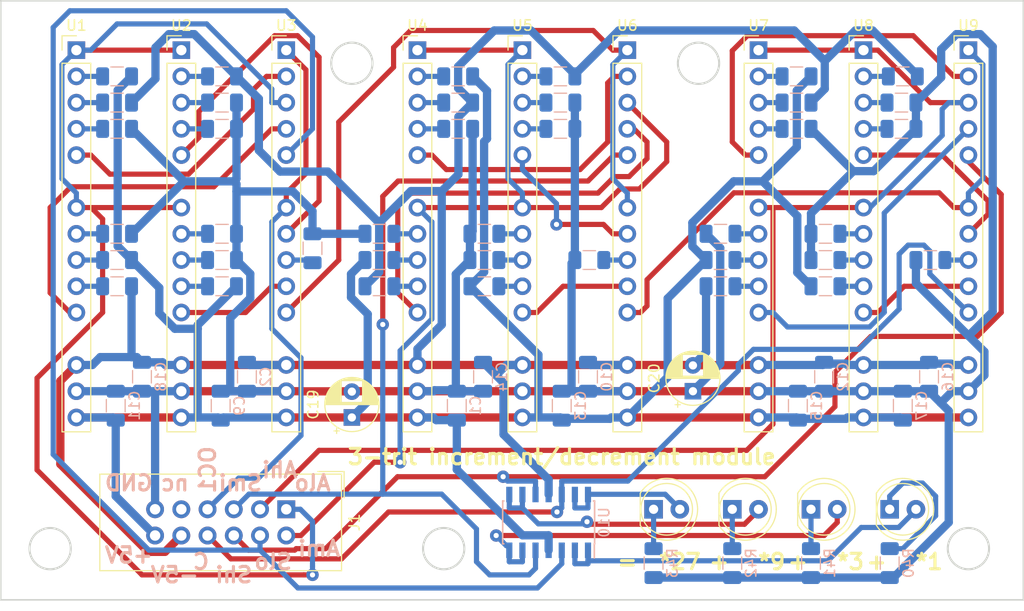
<source format=kicad_pcb>
(kicad_pcb (version 20171130) (host pcbnew 5.0.2+dfsg1-1)
  (layers (0 F.Cu signal) (31 B.Cu signal) (34 B.Paste user) (35 F.Paste user) (36 B.SilkS user) (37 F.SilkS user) (38 B.Mask user) (39 F.Mask user) (44 Edge.Cuts user))
  (net 0 "")
  (net 1 "Net-(D1-Pad2)")
  (net 2 "Net-(D1-Pad1)")
  (net 3 "Net-(D2-Pad1)")
  (net 4 "Net-(D2-Pad2)")
  (net 5 "Net-(D3-Pad1)")
  (net 6 "Net-(D3-Pad2)")
  (net 7 "Net-(D4-Pad2)")
  (net 8 "Net-(D4-Pad1)")
  (net 9 /Alo)
  (net 10 /Ami)
  (net 11 /Ahi)
  (net 12 /Slo)
  (net 13 /Smi)
  (net 14 /Shi)
  (net 15 /OC1)
  (net 16 /FLAG_A)
  (net 17 "Net-(J1-Pad9)")
  (net 18 /-5V)
  (net 19 /GND)
  (net 20 /+5V)
  (net 21 "Net-(R1-Pad1)")
  (net 22 "Net-(R2-Pad1)")
  (net 23 "Net-(R3-Pad1)")
  (net 24 "Net-(R4-Pad1)")
  (net 25 "Net-(R5-Pad1)")
  (net 26 "Net-(R6-Pad1)")
  (net 27 "Net-(R7-Pad1)")
  (net 28 "Net-(R8-Pad1)")
  (net 29 "Net-(R9-Pad1)")
  (net 30 "Net-(R10-Pad1)")
  (net 31 "Net-(R11-Pad1)")
  (net 32 "Net-(R12-Pad1)")
  (net 33 "Net-(R13-Pad1)")
  (net 34 "Net-(R14-Pad1)")
  (net 35 "Net-(R15-Pad1)")
  (net 36 "Net-(R16-Pad1)")
  (net 37 "Net-(R17-Pad1)")
  (net 38 "Net-(R18-Pad1)")
  (net 39 "Net-(R19-Pad1)")
  (net 40 "Net-(R20-Pad1)")
  (net 41 "Net-(R21-Pad1)")
  (net 42 "Net-(R22-Pad1)")
  (net 43 "Net-(R23-Pad1)")
  (net 44 "Net-(R24-Pad1)")
  (net 45 "Net-(R25-Pad1)")
  (net 46 "Net-(R26-Pad1)")
  (net 47 "Net-(R27-Pad1)")
  (net 48 "Net-(R28-Pad1)")
  (net 49 "Net-(R29-Pad1)")
  (net 50 "Net-(R30-Pad1)")
  (net 51 "Net-(R31-Pad1)")
  (net 52 "Net-(R32-Pad1)")
  (net 53 "Net-(R33-Pad1)")
  (net 54 "Net-(R34-Pad1)")
  (net 55 "Net-(R35-Pad1)")
  (net 56 "Net-(R36-Pad1)")
  (net 57 "Net-(R37-Pad1)")
  (net 58 "Net-(R38-Pad1)")
  (net 59 "Net-(R39-Pad1)")
  (net 60 "Net-(U1-Pad5)")
  (net 61 "Net-(U1-Pad10)")
  (net 62 "Net-(U2-Pad5)")
  (net 63 "Net-(U2-Pad10)")
  (net 64 /Clo)
  (net 65 "Net-(U4-Pad5)")
  (net 66 "Net-(U4-Pad10)")
  (net 67 "Net-(U5-Pad10)")
  (net 68 "Net-(U5-Pad5)")
  (net 69 /Cmi)
  (net 70 "Net-(U7-Pad10)")
  (net 71 "Net-(U7-Pad5)")
  (net 72 "Net-(U8-Pad5)")
  (net 73 "Net-(U8-Pad10)")
  (module Capacitor_THT:CP_Radial_D5.0mm_P2.50mm (layer F.Cu) (at 46.99 53.34 90)
    (fp_text reference C19 (at 1.25 -3.75 90) (layer F.SilkS))
    (fp_text value 47u)
    (pad 1 thru_hole rect (at 0 0 90) (size 1.6 1.6) (drill 0.8) (layers *.Cu *.Mask) (net 20 /+5V))
    (pad 2 thru_hole circle (at 2.5 0 90) (size 1.6 1.6) (drill 0.8) (layers *.Cu *.Mask) (net 19 /GND))
  )
  (module Capacitor_THT:CP_Radial_D5.0mm_P2.50mm (layer F.Cu) (at 80.01 50.8 90)
    (fp_text reference C20 (at 1.25 -3.75 90) (layer F.SilkS))
    (fp_text value 47u)
    (pad 2 thru_hole circle (at 2.5 0 90) (size 1.6 1.6) (drill 0.8) (layers *.Cu *.Mask) (net 18 /-5V))
    (pad 1 thru_hole rect (at 0 0 90) (size 1.6 1.6) (drill 0.8) (layers *.Cu *.Mask) (net 19 /GND))
  )
  (module Connector_IDC:IDC-Header_2x06_P2.54mm_Vertical (layer F.Cu) (at 40.64 62.23 270)
    (fp_text reference J1 (at 1.27 -6.604 270) (layer F.SilkS))
    (fp_text value Conn_02x06_Odd_Even)
    (pad 1 thru_hole rect (at 0 0 270) (size 1.7272 1.7272) (drill 1.016) (layers *.Cu *.Mask) (net 9 /Alo))
    (pad 2 thru_hole oval (at 2.54 0 270) (size 1.7272 1.7272) (drill 1.016) (layers *.Cu *.Mask) (net 10 /Ami))
    (pad 3 thru_hole oval (at 0 2.54 270) (size 1.7272 1.7272) (drill 1.016) (layers *.Cu *.Mask) (net 11 /Ahi))
    (pad 4 thru_hole oval (at 2.54 2.54 270) (size 1.7272 1.7272) (drill 1.016) (layers *.Cu *.Mask) (net 12 /Slo))
    (pad 5 thru_hole oval (at 0 5.08 270) (size 1.7272 1.7272) (drill 1.016) (layers *.Cu *.Mask) (net 13 /Smi))
    (pad 6 thru_hole oval (at 2.54 5.08 270) (size 1.7272 1.7272) (drill 1.016) (layers *.Cu *.Mask) (net 14 /Shi))
    (pad 7 thru_hole oval (at 0 7.62 270) (size 1.7272 1.7272) (drill 1.016) (layers *.Cu *.Mask) (net 15 /OC1))
    (pad 8 thru_hole oval (at 2.54 7.62 270) (size 1.7272 1.7272) (drill 1.016) (layers *.Cu *.Mask) (net 16 /FLAG_A))
    (pad 9 thru_hole oval (at 0 10.16 270) (size 1.7272 1.7272) (drill 1.016) (layers *.Cu *.Mask) (net 17 "Net-(J1-Pad9)"))
    (pad 10 thru_hole oval (at 2.54 10.16 270) (size 1.7272 1.7272) (drill 1.016) (layers *.Cu *.Mask) (net 18 /-5V))
    (pad 11 thru_hole oval (at 0 12.7 270) (size 1.7272 1.7272) (drill 1.016) (layers *.Cu *.Mask) (net 19 /GND))
    (pad 12 thru_hole oval (at 2.54 12.7 270) (size 1.7272 1.7272) (drill 1.016) (layers *.Cu *.Mask) (net 20 /+5V))
  )
  (module Resistor_SMD:R_1206_3216Metric (layer B.Cu) (at 24.26 20.32)
    (fp_text reference R1 hide)
    (fp_text value 150)
    (pad 2 smd roundrect (at 1.4 0) (size 1.25 1.75) (layers B.Cu B.Paste B.Mask) (roundrect_rratio 0.2) (net 20 /+5V))
    (pad 1 smd roundrect (at -1.4 0) (size 1.25 1.75) (layers B.Cu B.Paste B.Mask) (roundrect_rratio 0.2) (net 21 "Net-(R1-Pad1)"))
  )
  (module Resistor_SMD:R_1206_3216Metric (layer B.Cu) (at 24.26 22.86)
    (fp_text reference R2 hide)
    (fp_text value 150)
    (pad 1 smd roundrect (at -1.4 0) (size 1.25 1.75) (layers B.Cu B.Paste B.Mask) (roundrect_rratio 0.2) (net 22 "Net-(R2-Pad1)"))
    (pad 2 smd roundrect (at 1.4 0) (size 1.25 1.75) (layers B.Cu B.Paste B.Mask) (roundrect_rratio 0.2) (net 18 /-5V))
  )
  (module Resistor_SMD:R_1206_3216Metric (layer B.Cu) (at 24.26 25.4)
    (fp_text reference R3 hide)
    (fp_text value 150)
    (pad 2 smd roundrect (at 1.4 0) (size 1.25 1.75) (layers B.Cu B.Paste B.Mask) (roundrect_rratio 0.2) (net 19 /GND))
    (pad 1 smd roundrect (at -1.4 0) (size 1.25 1.75) (layers B.Cu B.Paste B.Mask) (roundrect_rratio 0.2) (net 23 "Net-(R3-Pad1)"))
  )
  (module Resistor_SMD:R_1206_3216Metric (layer B.Cu) (at 24.26 35.56)
    (fp_text reference R4 hide)
    (fp_text value 150)
    (pad 1 smd roundrect (at -1.4 0) (size 1.25 1.75) (layers B.Cu B.Paste B.Mask) (roundrect_rratio 0.2) (net 24 "Net-(R4-Pad1)"))
    (pad 2 smd roundrect (at 1.4 0) (size 1.25 1.75) (layers B.Cu B.Paste B.Mask) (roundrect_rratio 0.2) (net 19 /GND))
  )
  (module Resistor_SMD:R_1206_3216Metric (layer B.Cu) (at 24.26 38.1)
    (fp_text reference R5 hide)
    (fp_text value 150)
    (pad 2 smd roundrect (at 1.4 0) (size 1.25 1.75) (layers B.Cu B.Paste B.Mask) (roundrect_rratio 0.2) (net 20 /+5V))
    (pad 1 smd roundrect (at -1.4 0) (size 1.25 1.75) (layers B.Cu B.Paste B.Mask) (roundrect_rratio 0.2) (net 25 "Net-(R5-Pad1)"))
  )
  (module Resistor_SMD:R_1206_3216Metric (layer B.Cu) (at 24.26 40.64)
    (fp_text reference R6 hide)
    (fp_text value 150)
    (pad 1 smd roundrect (at -1.4 0) (size 1.25 1.75) (layers B.Cu B.Paste B.Mask) (roundrect_rratio 0.2) (net 26 "Net-(R6-Pad1)"))
    (pad 2 smd roundrect (at 1.4 0) (size 1.25 1.75) (layers B.Cu B.Paste B.Mask) (roundrect_rratio 0.2) (net 18 /-5V))
  )
  (module Resistor_SMD:R_1206_3216Metric (layer B.Cu) (at 34.42 20.32)
    (fp_text reference R7 hide)
    (fp_text value 150)
    (pad 2 smd roundrect (at 1.4 0) (size 1.25 1.75) (layers B.Cu B.Paste B.Mask) (roundrect_rratio 0.2) (net 18 /-5V))
    (pad 1 smd roundrect (at -1.4 0) (size 1.25 1.75) (layers B.Cu B.Paste B.Mask) (roundrect_rratio 0.2) (net 27 "Net-(R7-Pad1)"))
  )
  (module Resistor_SMD:R_1206_3216Metric (layer B.Cu) (at 34.42 22.86)
    (fp_text reference R8 hide)
    (fp_text value 150)
    (pad 1 smd roundrect (at -1.4 0) (size 1.25 1.75) (layers B.Cu B.Paste B.Mask) (roundrect_rratio 0.2) (net 28 "Net-(R8-Pad1)"))
    (pad 2 smd roundrect (at 1.4 0) (size 1.25 1.75) (layers B.Cu B.Paste B.Mask) (roundrect_rratio 0.2) (net 19 /GND))
  )
  (module Resistor_SMD:R_1206_3216Metric (layer B.Cu) (at 34.42 25.4)
    (fp_text reference R9 hide)
    (fp_text value 150)
    (pad 1 smd roundrect (at -1.4 0) (size 1.25 1.75) (layers B.Cu B.Paste B.Mask) (roundrect_rratio 0.2) (net 29 "Net-(R9-Pad1)"))
    (pad 2 smd roundrect (at 1.4 0) (size 1.25 1.75) (layers B.Cu B.Paste B.Mask) (roundrect_rratio 0.2) (net 19 /GND))
  )
  (module Resistor_SMD:R_1206_3216Metric (layer B.Cu) (at 34.42 35.56)
    (fp_text reference R10 hide)
    (fp_text value 150)
    (pad 2 smd roundrect (at 1.4 0) (size 1.25 1.75) (layers B.Cu B.Paste B.Mask) (roundrect_rratio 0.2) (net 19 /GND))
    (pad 1 smd roundrect (at -1.4 0) (size 1.25 1.75) (layers B.Cu B.Paste B.Mask) (roundrect_rratio 0.2) (net 30 "Net-(R10-Pad1)"))
  )
  (module Resistor_SMD:R_1206_3216Metric (layer B.Cu) (at 34.42 38.1)
    (fp_text reference R11 hide)
    (fp_text value 150)
    (pad 1 smd roundrect (at -1.4 0) (size 1.25 1.75) (layers B.Cu B.Paste B.Mask) (roundrect_rratio 0.2) (net 31 "Net-(R11-Pad1)"))
    (pad 2 smd roundrect (at 1.4 0) (size 1.25 1.75) (layers B.Cu B.Paste B.Mask) (roundrect_rratio 0.2) (net 19 /GND))
  )
  (module Resistor_SMD:R_1206_3216Metric (layer B.Cu) (at 34.42 40.64)
    (fp_text reference R12 hide)
    (fp_text value 150)
    (pad 2 smd roundrect (at 1.4 0) (size 1.25 1.75) (layers B.Cu B.Paste B.Mask) (roundrect_rratio 0.2) (net 20 /+5V))
    (pad 1 smd roundrect (at -1.4 0) (size 1.25 1.75) (layers B.Cu B.Paste B.Mask) (roundrect_rratio 0.2) (net 32 "Net-(R12-Pad1)"))
  )
  (module Resistor_SMD:R_1206_3216Metric (layer B.Cu) (at 43.18 36.96 90)
    (fp_text reference R13 hide)
    (fp_text value 150)
    (pad 1 smd roundrect (at -1.4 0 90) (size 1.25 1.75) (layers B.Cu B.Paste B.Mask) (roundrect_rratio 0.2) (net 33 "Net-(R13-Pad1)"))
    (pad 2 smd roundrect (at 1.4 0 90) (size 1.25 1.75) (layers B.Cu B.Paste B.Mask) (roundrect_rratio 0.2) (net 19 /GND))
  )
  (module Resistor_SMD:R_1206_3216Metric (layer B.Cu) (at 57.28 20.32)
    (fp_text reference R14 hide)
    (fp_text value 150)
    (pad 2 smd roundrect (at 1.4 0) (size 1.25 1.75) (layers B.Cu B.Paste B.Mask) (roundrect_rratio 0.2) (net 20 /+5V))
    (pad 1 smd roundrect (at -1.4 0) (size 1.25 1.75) (layers B.Cu B.Paste B.Mask) (roundrect_rratio 0.2) (net 34 "Net-(R14-Pad1)"))
  )
  (module Resistor_SMD:R_1206_3216Metric (layer B.Cu) (at 57.28 22.86)
    (fp_text reference R15 hide)
    (fp_text value 150)
    (pad 1 smd roundrect (at -1.4 0) (size 1.25 1.75) (layers B.Cu B.Paste B.Mask) (roundrect_rratio 0.2) (net 35 "Net-(R15-Pad1)"))
    (pad 2 smd roundrect (at 1.4 0) (size 1.25 1.75) (layers B.Cu B.Paste B.Mask) (roundrect_rratio 0.2) (net 18 /-5V))
  )
  (module Resistor_SMD:R_1206_3216Metric (layer B.Cu) (at 57.28 25.4)
    (fp_text reference R16 hide)
    (fp_text value 150)
    (pad 2 smd roundrect (at 1.4 0) (size 1.25 1.75) (layers B.Cu B.Paste B.Mask) (roundrect_rratio 0.2) (net 19 /GND))
    (pad 1 smd roundrect (at -1.4 0) (size 1.25 1.75) (layers B.Cu B.Paste B.Mask) (roundrect_rratio 0.2) (net 36 "Net-(R16-Pad1)"))
  )
  (module Resistor_SMD:R_1206_3216Metric (layer B.Cu) (at 49.66 35.56 180)
    (fp_text reference R17 hide)
    (fp_text value 150)
    (pad 2 smd roundrect (at 1.4 0 180) (size 1.25 1.75) (layers B.Cu B.Paste B.Mask) (roundrect_rratio 0.2) (net 19 /GND))
    (pad 1 smd roundrect (at -1.4 0 180) (size 1.25 1.75) (layers B.Cu B.Paste B.Mask) (roundrect_rratio 0.2) (net 37 "Net-(R17-Pad1)"))
  )
  (module Resistor_SMD:R_1206_3216Metric (layer B.Cu) (at 49.66 38.1 180)
    (fp_text reference R18 hide)
    (fp_text value 150)
    (pad 1 smd roundrect (at -1.4 0 180) (size 1.25 1.75) (layers B.Cu B.Paste B.Mask) (roundrect_rratio 0.2) (net 38 "Net-(R18-Pad1)"))
    (pad 2 smd roundrect (at 1.4 0 180) (size 1.25 1.75) (layers B.Cu B.Paste B.Mask) (roundrect_rratio 0.2) (net 20 /+5V))
  )
  (module Resistor_SMD:R_1206_3216Metric (layer B.Cu) (at 49.66 40.64 180)
    (fp_text reference R19 hide)
    (fp_text value 150)
    (pad 2 smd roundrect (at 1.4 0 180) (size 1.25 1.75) (layers B.Cu B.Paste B.Mask) (roundrect_rratio 0.2) (net 18 /-5V))
    (pad 1 smd roundrect (at -1.4 0 180) (size 1.25 1.75) (layers B.Cu B.Paste B.Mask) (roundrect_rratio 0.2) (net 39 "Net-(R19-Pad1)"))
  )
  (module Resistor_SMD:R_1206_3216Metric (layer B.Cu) (at 67.18 20.32)
    (fp_text reference R20 hide)
    (fp_text value 150)
    (pad 1 smd roundrect (at -1.4 0) (size 1.25 1.75) (layers B.Cu B.Paste B.Mask) (roundrect_rratio 0.2) (net 40 "Net-(R20-Pad1)"))
    (pad 2 smd roundrect (at 1.4 0) (size 1.25 1.75) (layers B.Cu B.Paste B.Mask) (roundrect_rratio 0.2) (net 18 /-5V))
  )
  (module Resistor_SMD:R_1206_3216Metric (layer B.Cu) (at 67.18 22.86)
    (fp_text reference R21 hide)
    (fp_text value 150)
    (pad 2 smd roundrect (at 1.4 0) (size 1.25 1.75) (layers B.Cu B.Paste B.Mask) (roundrect_rratio 0.2) (net 19 /GND))
    (pad 1 smd roundrect (at -1.4 0) (size 1.25 1.75) (layers B.Cu B.Paste B.Mask) (roundrect_rratio 0.2) (net 41 "Net-(R21-Pad1)"))
  )
  (module Resistor_SMD:R_1206_3216Metric (layer B.Cu) (at 67.18 25.4)
    (fp_text reference R22 hide)
    (fp_text value 150)
    (pad 1 smd roundrect (at -1.4 0) (size 1.25 1.75) (layers B.Cu B.Paste B.Mask) (roundrect_rratio 0.2) (net 42 "Net-(R22-Pad1)"))
    (pad 2 smd roundrect (at 1.4 0) (size 1.25 1.75) (layers B.Cu B.Paste B.Mask) (roundrect_rratio 0.2) (net 19 /GND))
  )
  (module Resistor_SMD:R_1206_3216Metric (layer B.Cu) (at 59.82 35.56 180)
    (fp_text reference R23 hide)
    (fp_text value 150)
    (pad 2 smd roundrect (at 1.4 0 180) (size 1.25 1.75) (layers B.Cu B.Paste B.Mask) (roundrect_rratio 0.2) (net 19 /GND))
    (pad 1 smd roundrect (at -1.4 0 180) (size 1.25 1.75) (layers B.Cu B.Paste B.Mask) (roundrect_rratio 0.2) (net 43 "Net-(R23-Pad1)"))
  )
  (module Resistor_SMD:R_1206_3216Metric (layer B.Cu) (at 59.82 38.1 180)
    (fp_text reference R24 hide)
    (fp_text value 150)
    (pad 1 smd roundrect (at -1.4 0 180) (size 1.25 1.75) (layers B.Cu B.Paste B.Mask) (roundrect_rratio 0.2) (net 44 "Net-(R24-Pad1)"))
    (pad 2 smd roundrect (at 1.4 0 180) (size 1.25 1.75) (layers B.Cu B.Paste B.Mask) (roundrect_rratio 0.2) (net 19 /GND))
  )
  (module Resistor_SMD:R_1206_3216Metric (layer B.Cu) (at 59.82 40.64 180)
    (fp_text reference R25 hide)
    (fp_text value 150)
    (pad 2 smd roundrect (at 1.4 0 180) (size 1.25 1.75) (layers B.Cu B.Paste B.Mask) (roundrect_rratio 0.2) (net 20 /+5V))
    (pad 1 smd roundrect (at -1.4 0 180) (size 1.25 1.75) (layers B.Cu B.Paste B.Mask) (roundrect_rratio 0.2) (net 45 "Net-(R25-Pad1)"))
  )
  (module Resistor_SMD:R_1206_3216Metric (layer B.Cu) (at 69.98 38.1 180)
    (fp_text reference R26 hide)
    (fp_text value 150)
    (pad 1 smd roundrect (at -1.4 0 180) (size 1.25 1.75) (layers B.Cu B.Paste B.Mask) (roundrect_rratio 0.2) (net 46 "Net-(R26-Pad1)"))
    (pad 2 smd roundrect (at 1.4 0 180) (size 1.25 1.75) (layers B.Cu B.Paste B.Mask) (roundrect_rratio 0.2) (net 19 /GND))
  )
  (module Resistor_SMD:R_1206_3216Metric (layer B.Cu) (at 90.04 20.32)
    (fp_text reference R27 hide)
    (fp_text value 150)
    (pad 1 smd roundrect (at -1.4 0) (size 1.25 1.75) (layers B.Cu B.Paste B.Mask) (roundrect_rratio 0.2) (net 47 "Net-(R27-Pad1)"))
    (pad 2 smd roundrect (at 1.4 0) (size 1.25 1.75) (layers B.Cu B.Paste B.Mask) (roundrect_rratio 0.2) (net 20 /+5V))
  )
  (module Resistor_SMD:R_1206_3216Metric (layer B.Cu) (at 90.04 22.86)
    (fp_text reference R28 hide)
    (fp_text value 150)
    (pad 2 smd roundrect (at 1.4 0) (size 1.25 1.75) (layers B.Cu B.Paste B.Mask) (roundrect_rratio 0.2) (net 18 /-5V))
    (pad 1 smd roundrect (at -1.4 0) (size 1.25 1.75) (layers B.Cu B.Paste B.Mask) (roundrect_rratio 0.2) (net 48 "Net-(R28-Pad1)"))
  )
  (module Resistor_SMD:R_1206_3216Metric (layer B.Cu) (at 90.04 25.4)
    (fp_text reference R29 hide)
    (fp_text value 150)
    (pad 1 smd roundrect (at -1.4 0) (size 1.25 1.75) (layers B.Cu B.Paste B.Mask) (roundrect_rratio 0.2) (net 49 "Net-(R29-Pad1)"))
    (pad 2 smd roundrect (at 1.4 0) (size 1.25 1.75) (layers B.Cu B.Paste B.Mask) (roundrect_rratio 0.2) (net 19 /GND))
  )
  (module Resistor_SMD:R_1206_3216Metric (layer B.Cu) (at 82.68 35.56 180)
    (fp_text reference R30 hide)
    (fp_text value 150)
    (pad 2 smd roundrect (at 1.4 0 180) (size 1.25 1.75) (layers B.Cu B.Paste B.Mask) (roundrect_rratio 0.2) (net 19 /GND))
    (pad 1 smd roundrect (at -1.4 0 180) (size 1.25 1.75) (layers B.Cu B.Paste B.Mask) (roundrect_rratio 0.2) (net 50 "Net-(R30-Pad1)"))
  )
  (module Resistor_SMD:R_1206_3216Metric (layer B.Cu) (at 82.68 38.1 180)
    (fp_text reference R31 hide)
    (fp_text value 150)
    (pad 1 smd roundrect (at -1.4 0 180) (size 1.25 1.75) (layers B.Cu B.Paste B.Mask) (roundrect_rratio 0.2) (net 51 "Net-(R31-Pad1)"))
    (pad 2 smd roundrect (at 1.4 0 180) (size 1.25 1.75) (layers B.Cu B.Paste B.Mask) (roundrect_rratio 0.2) (net 20 /+5V))
  )
  (module Resistor_SMD:R_1206_3216Metric (layer B.Cu) (at 82.68 40.64 180)
    (fp_text reference R32 hide)
    (fp_text value 150)
    (pad 2 smd roundrect (at 1.4 0 180) (size 1.25 1.75) (layers B.Cu B.Paste B.Mask) (roundrect_rratio 0.2) (net 18 /-5V))
    (pad 1 smd roundrect (at -1.4 0 180) (size 1.25 1.75) (layers B.Cu B.Paste B.Mask) (roundrect_rratio 0.2) (net 52 "Net-(R32-Pad1)"))
  )
  (module Resistor_SMD:R_1206_3216Metric (layer B.Cu) (at 100.33 20.32)
    (fp_text reference R33 hide)
    (fp_text value 150)
    (pad 1 smd roundrect (at -1.4 0) (size 1.25 1.75) (layers B.Cu B.Paste B.Mask) (roundrect_rratio 0.2) (net 53 "Net-(R33-Pad1)"))
    (pad 2 smd roundrect (at 1.4 0) (size 1.25 1.75) (layers B.Cu B.Paste B.Mask) (roundrect_rratio 0.2) (net 18 /-5V))
  )
  (module Resistor_SMD:R_1206_3216Metric (layer B.Cu) (at 100.2 22.86)
    (fp_text reference R34 hide)
    (fp_text value 150)
    (pad 2 smd roundrect (at 1.4 0) (size 1.25 1.75) (layers B.Cu B.Paste B.Mask) (roundrect_rratio 0.2) (net 19 /GND))
    (pad 1 smd roundrect (at -1.4 0) (size 1.25 1.75) (layers B.Cu B.Paste B.Mask) (roundrect_rratio 0.2) (net 54 "Net-(R34-Pad1)"))
  )
  (module Resistor_SMD:R_1206_3216Metric (layer B.Cu) (at 100.2 25.4)
    (fp_text reference R35 hide)
    (fp_text value 150)
    (pad 2 smd roundrect (at 1.4 0) (size 1.25 1.75) (layers B.Cu B.Paste B.Mask) (roundrect_rratio 0.2) (net 19 /GND))
    (pad 1 smd roundrect (at -1.4 0) (size 1.25 1.75) (layers B.Cu B.Paste B.Mask) (roundrect_rratio 0.2) (net 55 "Net-(R35-Pad1)"))
  )
  (module Resistor_SMD:R_1206_3216Metric (layer B.Cu) (at 92.84 35.56 180)
    (fp_text reference R36 hide)
    (fp_text value 150)
    (pad 1 smd roundrect (at -1.4 0 180) (size 1.25 1.75) (layers B.Cu B.Paste B.Mask) (roundrect_rratio 0.2) (net 56 "Net-(R36-Pad1)"))
    (pad 2 smd roundrect (at 1.4 0 180) (size 1.25 1.75) (layers B.Cu B.Paste B.Mask) (roundrect_rratio 0.2) (net 19 /GND))
  )
  (module Resistor_SMD:R_1206_3216Metric (layer B.Cu) (at 92.84 38.1 180)
    (fp_text reference R37 hide)
    (fp_text value 150)
    (pad 1 smd roundrect (at -1.4 0 180) (size 1.25 1.75) (layers B.Cu B.Paste B.Mask) (roundrect_rratio 0.2) (net 57 "Net-(R37-Pad1)"))
    (pad 2 smd roundrect (at 1.4 0 180) (size 1.25 1.75) (layers B.Cu B.Paste B.Mask) (roundrect_rratio 0.2) (net 19 /GND))
  )
  (module Resistor_SMD:R_1206_3216Metric (layer B.Cu) (at 92.84 40.64 180)
    (fp_text reference R38 hide)
    (fp_text value 150)
    (pad 1 smd roundrect (at -1.4 0 180) (size 1.25 1.75) (layers B.Cu B.Paste B.Mask) (roundrect_rratio 0.2) (net 58 "Net-(R38-Pad1)"))
    (pad 2 smd roundrect (at 1.4 0 180) (size 1.25 1.75) (layers B.Cu B.Paste B.Mask) (roundrect_rratio 0.2) (net 20 /+5V))
  )
  (module Resistor_SMD:R_1206_3216Metric (layer B.Cu) (at 103 38.1 180)
    (fp_text reference R39 hide)
    (fp_text value 150)
    (pad 2 smd roundrect (at 1.4 0 180) (size 1.25 1.75) (layers B.Cu B.Paste B.Mask) (roundrect_rratio 0.2) (net 19 /GND))
    (pad 1 smd roundrect (at -1.4 0 180) (size 1.25 1.75) (layers B.Cu B.Paste B.Mask) (roundrect_rratio 0.2) (net 59 "Net-(R39-Pad1)"))
  )
  (module Resistor_SMD:R_1206_3216Metric (layer B.Cu) (at 99.06 67.44 90)
    (fp_text reference R40 (at 0 1.82 90) (layer B.SilkS) (effects (justify mirror)))
    (fp_text value 330)
    (pad 1 smd roundrect (at -1.4 0 90) (size 1.25 1.75) (layers B.Cu B.Paste B.Mask) (roundrect_rratio 0.2) (net 19 /GND))
    (pad 2 smd roundrect (at 1.4 0 90) (size 1.25 1.75) (layers B.Cu B.Paste B.Mask) (roundrect_rratio 0.2) (net 2 "Net-(D1-Pad1)"))
  )
  (module Resistor_SMD:R_1206_3216Metric (layer B.Cu) (at 91.44 67.44 90)
    (fp_text reference R41 (at 0 1.82 90) (layer B.SilkS) (effects (justify mirror)))
    (fp_text value 330)
    (pad 2 smd roundrect (at 1.4 0 90) (size 1.25 1.75) (layers B.Cu B.Paste B.Mask) (roundrect_rratio 0.2) (net 3 "Net-(D2-Pad1)"))
    (pad 1 smd roundrect (at -1.4 0 90) (size 1.25 1.75) (layers B.Cu B.Paste B.Mask) (roundrect_rratio 0.2) (net 19 /GND))
  )
  (module Resistor_SMD:R_1206_3216Metric (layer B.Cu) (at 83.82 67.44 90)
    (fp_text reference R42 (at 0 1.82 90) (layer B.SilkS) (effects (justify mirror)))
    (fp_text value 330)
    (pad 1 smd roundrect (at -1.4 0 90) (size 1.25 1.75) (layers B.Cu B.Paste B.Mask) (roundrect_rratio 0.2) (net 19 /GND))
    (pad 2 smd roundrect (at 1.4 0 90) (size 1.25 1.75) (layers B.Cu B.Paste B.Mask) (roundrect_rratio 0.2) (net 5 "Net-(D3-Pad1)"))
  )
  (module Resistor_SMD:R_1206_3216Metric (layer B.Cu) (at 76.2 67.44 90)
    (fp_text reference R43 (at 0 1.82 90) (layer B.SilkS) (effects (justify mirror)))
    (fp_text value 330)
    (pad 2 smd roundrect (at 1.4 0 90) (size 1.25 1.75) (layers B.Cu B.Paste B.Mask) (roundrect_rratio 0.2) (net 8 "Net-(D4-Pad1)"))
    (pad 1 smd roundrect (at -1.4 0 90) (size 1.25 1.75) (layers B.Cu B.Paste B.Mask) (roundrect_rratio 0.2) (net 19 /GND))
  )
  (module ALU:trimux1x15_2.54 (layer F.Cu) (at 20.32 17.78)
    (fp_text reference U1 (at 0 -2.39) (layer F.SilkS))
    (fp_text value trimux)
    (pad 1 thru_hole rect (at 0 0) (size 1.7 1.7) (drill 1) (layers *.Cu *.Mask) (net 9 /Alo))
    (pad 2 thru_hole oval (at 0 2.54) (size 1.7 1.7) (drill 1) (layers *.Cu *.Mask) (net 21 "Net-(R1-Pad1)"))
    (pad 3 thru_hole oval (at 0 5.08) (size 1.7 1.7) (drill 1) (layers *.Cu *.Mask) (net 22 "Net-(R2-Pad1)"))
    (pad 4 thru_hole oval (at 0 7.62) (size 1.7 1.7) (drill 1) (layers *.Cu *.Mask) (net 23 "Net-(R3-Pad1)"))
    (pad 5 thru_hole oval (at 0 10.16) (size 1.7 1.7) (drill 1) (layers *.Cu *.Mask) (net 60 "Net-(U1-Pad5)"))
    (pad 6 thru_hole oval (at 0 15.24) (size 1.7 1.7) (drill 1) (layers *.Cu *.Mask) (net 9 /Alo))
    (pad 7 thru_hole oval (at 0 17.78) (size 1.7 1.7) (drill 1) (layers *.Cu *.Mask) (net 24 "Net-(R4-Pad1)"))
    (pad 8 thru_hole oval (at 0 20.32) (size 1.7 1.7) (drill 1) (layers *.Cu *.Mask) (net 25 "Net-(R5-Pad1)"))
    (pad 9 thru_hole oval (at 0 22.86) (size 1.7 1.7) (drill 1) (layers *.Cu *.Mask) (net 26 "Net-(R6-Pad1)"))
    (pad 10 thru_hole oval (at 0 25.4) (size 1.7 1.7) (drill 1) (layers *.Cu *.Mask) (net 61 "Net-(U1-Pad10)"))
    (pad 11 thru_hole oval (at 0 30.48) (size 1.7 1.7) (drill 1) (layers *.Cu *.Mask) (net 18 /-5V))
    (pad 12 thru_hole oval (at 0 33.02) (size 1.7 1.7) (drill 1) (layers *.Cu *.Mask) (net 19 /GND))
    (pad 13 thru_hole oval (at 0 35.56) (size 1.7 1.7) (drill 1) (layers *.Cu *.Mask) (net 20 /+5V))
  )
  (module ALU:trimux1x15_2.54 (layer F.Cu) (at 30.48 17.78)
    (fp_text reference U2 (at 0 -2.39) (layer F.SilkS))
    (fp_text value trimux)
    (pad 1 thru_hole rect (at 0 0) (size 1.7 1.7) (drill 1) (layers *.Cu *.Mask) (net 9 /Alo))
    (pad 2 thru_hole oval (at 0 2.54) (size 1.7 1.7) (drill 1) (layers *.Cu *.Mask) (net 27 "Net-(R7-Pad1)"))
    (pad 3 thru_hole oval (at 0 5.08) (size 1.7 1.7) (drill 1) (layers *.Cu *.Mask) (net 28 "Net-(R8-Pad1)"))
    (pad 4 thru_hole oval (at 0 7.62) (size 1.7 1.7) (drill 1) (layers *.Cu *.Mask) (net 29 "Net-(R9-Pad1)"))
    (pad 5 thru_hole oval (at 0 10.16) (size 1.7 1.7) (drill 1) (layers *.Cu *.Mask) (net 62 "Net-(U2-Pad5)"))
    (pad 6 thru_hole oval (at 0 15.24) (size 1.7 1.7) (drill 1) (layers *.Cu *.Mask) (net 9 /Alo))
    (pad 7 thru_hole oval (at 0 17.78) (size 1.7 1.7) (drill 1) (layers *.Cu *.Mask) (net 30 "Net-(R10-Pad1)"))
    (pad 8 thru_hole oval (at 0 20.32) (size 1.7 1.7) (drill 1) (layers *.Cu *.Mask) (net 31 "Net-(R11-Pad1)"))
    (pad 9 thru_hole oval (at 0 22.86) (size 1.7 1.7) (drill 1) (layers *.Cu *.Mask) (net 32 "Net-(R12-Pad1)"))
    (pad 10 thru_hole oval (at 0 25.4) (size 1.7 1.7) (drill 1) (layers *.Cu *.Mask) (net 63 "Net-(U2-Pad10)"))
    (pad 11 thru_hole oval (at 0 30.48) (size 1.7 1.7) (drill 1) (layers *.Cu *.Mask) (net 18 /-5V))
    (pad 12 thru_hole oval (at 0 33.02) (size 1.7 1.7) (drill 1) (layers *.Cu *.Mask) (net 19 /GND))
    (pad 13 thru_hole oval (at 0 35.56) (size 1.7 1.7) (drill 1) (layers *.Cu *.Mask) (net 20 /+5V))
  )
  (module ALU:trimux1x15_2.54 (layer F.Cu) (at 40.64 17.78)
    (fp_text reference U3 (at 0 -2.39) (layer F.SilkS))
    (fp_text value trimux)
    (pad 13 thru_hole oval (at 0 35.56) (size 1.7 1.7) (drill 1) (layers *.Cu *.Mask) (net 20 /+5V))
    (pad 12 thru_hole oval (at 0 33.02) (size 1.7 1.7) (drill 1) (layers *.Cu *.Mask) (net 19 /GND))
    (pad 11 thru_hole oval (at 0 30.48) (size 1.7 1.7) (drill 1) (layers *.Cu *.Mask) (net 18 /-5V))
    (pad 10 thru_hole oval (at 0 25.4) (size 1.7 1.7) (drill 1) (layers *.Cu *.Mask) (net 64 /Clo))
    (pad 9 thru_hole oval (at 0 22.86) (size 1.7 1.7) (drill 1) (layers *.Cu *.Mask) (net 63 "Net-(U2-Pad10)"))
    (pad 8 thru_hole oval (at 0 20.32) (size 1.7 1.7) (drill 1) (layers *.Cu *.Mask) (net 33 "Net-(R13-Pad1)"))
    (pad 7 thru_hole oval (at 0 17.78) (size 1.7 1.7) (drill 1) (layers *.Cu *.Mask) (net 62 "Net-(U2-Pad5)"))
    (pad 6 thru_hole oval (at 0 15.24) (size 1.7 1.7) (drill 1) (layers *.Cu *.Mask) (net 15 /OC1))
    (pad 5 thru_hole oval (at 0 10.16) (size 1.7 1.7) (drill 1) (layers *.Cu *.Mask) (net 12 /Slo))
    (pad 4 thru_hole oval (at 0 7.62) (size 1.7 1.7) (drill 1) (layers *.Cu *.Mask) (net 61 "Net-(U1-Pad10)"))
    (pad 3 thru_hole oval (at 0 5.08) (size 1.7 1.7) (drill 1) (layers *.Cu *.Mask) (net 9 /Alo))
    (pad 2 thru_hole oval (at 0 2.54) (size 1.7 1.7) (drill 1) (layers *.Cu *.Mask) (net 60 "Net-(U1-Pad5)"))
    (pad 1 thru_hole rect (at 0 0) (size 1.7 1.7) (drill 1) (layers *.Cu *.Mask) (net 15 /OC1))
  )
  (module ALU:trimux1x15_2.54 (layer F.Cu) (at 53.34 17.78)
    (fp_text reference U4 (at 0 -2.39) (layer F.SilkS))
    (fp_text value trimux)
    (pad 1 thru_hole rect (at 0 0) (size 1.7 1.7) (drill 1) (layers *.Cu *.Mask) (net 10 /Ami))
    (pad 2 thru_hole oval (at 0 2.54) (size 1.7 1.7) (drill 1) (layers *.Cu *.Mask) (net 34 "Net-(R14-Pad1)"))
    (pad 3 thru_hole oval (at 0 5.08) (size 1.7 1.7) (drill 1) (layers *.Cu *.Mask) (net 35 "Net-(R15-Pad1)"))
    (pad 4 thru_hole oval (at 0 7.62) (size 1.7 1.7) (drill 1) (layers *.Cu *.Mask) (net 36 "Net-(R16-Pad1)"))
    (pad 5 thru_hole oval (at 0 10.16) (size 1.7 1.7) (drill 1) (layers *.Cu *.Mask) (net 65 "Net-(U4-Pad5)"))
    (pad 6 thru_hole oval (at 0 15.24) (size 1.7 1.7) (drill 1) (layers *.Cu *.Mask) (net 10 /Ami))
    (pad 7 thru_hole oval (at 0 17.78) (size 1.7 1.7) (drill 1) (layers *.Cu *.Mask) (net 37 "Net-(R17-Pad1)"))
    (pad 8 thru_hole oval (at 0 20.32) (size 1.7 1.7) (drill 1) (layers *.Cu *.Mask) (net 38 "Net-(R18-Pad1)"))
    (pad 9 thru_hole oval (at 0 22.86) (size 1.7 1.7) (drill 1) (layers *.Cu *.Mask) (net 39 "Net-(R19-Pad1)"))
    (pad 10 thru_hole oval (at 0 25.4) (size 1.7 1.7) (drill 1) (layers *.Cu *.Mask) (net 66 "Net-(U4-Pad10)"))
    (pad 11 thru_hole oval (at 0 30.48) (size 1.7 1.7) (drill 1) (layers *.Cu *.Mask) (net 18 /-5V))
    (pad 12 thru_hole oval (at 0 33.02) (size 1.7 1.7) (drill 1) (layers *.Cu *.Mask) (net 19 /GND))
    (pad 13 thru_hole oval (at 0 35.56) (size 1.7 1.7) (drill 1) (layers *.Cu *.Mask) (net 20 /+5V))
  )
  (module ALU:trimux1x15_2.54 (layer F.Cu) (at 63.5 17.78)
    (fp_text reference U5 (at 0 -2.39) (layer F.SilkS))
    (fp_text value trimux)
    (pad 13 thru_hole oval (at 0 35.56) (size 1.7 1.7) (drill 1) (layers *.Cu *.Mask) (net 20 /+5V))
    (pad 12 thru_hole oval (at 0 33.02) (size 1.7 1.7) (drill 1) (layers *.Cu *.Mask) (net 19 /GND))
    (pad 11 thru_hole oval (at 0 30.48) (size 1.7 1.7) (drill 1) (layers *.Cu *.Mask) (net 18 /-5V))
    (pad 10 thru_hole oval (at 0 25.4) (size 1.7 1.7) (drill 1) (layers *.Cu *.Mask) (net 67 "Net-(U5-Pad10)"))
    (pad 9 thru_hole oval (at 0 22.86) (size 1.7 1.7) (drill 1) (layers *.Cu *.Mask) (net 45 "Net-(R25-Pad1)"))
    (pad 8 thru_hole oval (at 0 20.32) (size 1.7 1.7) (drill 1) (layers *.Cu *.Mask) (net 44 "Net-(R24-Pad1)"))
    (pad 7 thru_hole oval (at 0 17.78) (size 1.7 1.7) (drill 1) (layers *.Cu *.Mask) (net 43 "Net-(R23-Pad1)"))
    (pad 6 thru_hole oval (at 0 15.24) (size 1.7 1.7) (drill 1) (layers *.Cu *.Mask) (net 10 /Ami))
    (pad 5 thru_hole oval (at 0 10.16) (size 1.7 1.7) (drill 1) (layers *.Cu *.Mask) (net 68 "Net-(U5-Pad5)"))
    (pad 4 thru_hole oval (at 0 7.62) (size 1.7 1.7) (drill 1) (layers *.Cu *.Mask) (net 42 "Net-(R22-Pad1)"))
    (pad 3 thru_hole oval (at 0 5.08) (size 1.7 1.7) (drill 1) (layers *.Cu *.Mask) (net 41 "Net-(R21-Pad1)"))
    (pad 2 thru_hole oval (at 0 2.54) (size 1.7 1.7) (drill 1) (layers *.Cu *.Mask) (net 40 "Net-(R20-Pad1)"))
    (pad 1 thru_hole rect (at 0 0) (size 1.7 1.7) (drill 1) (layers *.Cu *.Mask) (net 10 /Ami))
  )
  (module ALU:trimux1x15_2.54 (layer F.Cu) (at 73.66 17.78)
    (fp_text reference U6 (at 0 -2.39) (layer F.SilkS))
    (fp_text value trimux)
    (pad 1 thru_hole rect (at 0 0) (size 1.7 1.7) (drill 1) (layers *.Cu *.Mask) (net 64 /Clo))
    (pad 2 thru_hole oval (at 0 2.54) (size 1.7 1.7) (drill 1) (layers *.Cu *.Mask) (net 65 "Net-(U4-Pad5)"))
    (pad 3 thru_hole oval (at 0 5.08) (size 1.7 1.7) (drill 1) (layers *.Cu *.Mask) (net 10 /Ami))
    (pad 4 thru_hole oval (at 0 7.62) (size 1.7 1.7) (drill 1) (layers *.Cu *.Mask) (net 66 "Net-(U4-Pad10)"))
    (pad 5 thru_hole oval (at 0 10.16) (size 1.7 1.7) (drill 1) (layers *.Cu *.Mask) (net 13 /Smi))
    (pad 6 thru_hole oval (at 0 15.24) (size 1.7 1.7) (drill 1) (layers *.Cu *.Mask) (net 64 /Clo))
    (pad 7 thru_hole oval (at 0 17.78) (size 1.7 1.7) (drill 1) (layers *.Cu *.Mask) (net 68 "Net-(U5-Pad5)"))
    (pad 8 thru_hole oval (at 0 20.32) (size 1.7 1.7) (drill 1) (layers *.Cu *.Mask) (net 46 "Net-(R26-Pad1)"))
    (pad 9 thru_hole oval (at 0 22.86) (size 1.7 1.7) (drill 1) (layers *.Cu *.Mask) (net 67 "Net-(U5-Pad10)"))
    (pad 10 thru_hole oval (at 0 25.4) (size 1.7 1.7) (drill 1) (layers *.Cu *.Mask) (net 69 /Cmi))
    (pad 11 thru_hole oval (at 0 30.48) (size 1.7 1.7) (drill 1) (layers *.Cu *.Mask) (net 18 /-5V))
    (pad 12 thru_hole oval (at 0 33.02) (size 1.7 1.7) (drill 1) (layers *.Cu *.Mask) (net 19 /GND))
    (pad 13 thru_hole oval (at 0 35.56) (size 1.7 1.7) (drill 1) (layers *.Cu *.Mask) (net 20 /+5V))
  )
  (module ALU:trimux1x15_2.54 (layer F.Cu) (at 86.36 17.78)
    (fp_text reference U7 (at 0 -2.39) (layer F.SilkS))
    (fp_text value trimux)
    (pad 13 thru_hole oval (at 0 35.56) (size 1.7 1.7) (drill 1) (layers *.Cu *.Mask) (net 20 /+5V))
    (pad 12 thru_hole oval (at 0 33.02) (size 1.7 1.7) (drill 1) (layers *.Cu *.Mask) (net 19 /GND))
    (pad 11 thru_hole oval (at 0 30.48) (size 1.7 1.7) (drill 1) (layers *.Cu *.Mask) (net 18 /-5V))
    (pad 10 thru_hole oval (at 0 25.4) (size 1.7 1.7) (drill 1) (layers *.Cu *.Mask) (net 70 "Net-(U7-Pad10)"))
    (pad 9 thru_hole oval (at 0 22.86) (size 1.7 1.7) (drill 1) (layers *.Cu *.Mask) (net 52 "Net-(R32-Pad1)"))
    (pad 8 thru_hole oval (at 0 20.32) (size 1.7 1.7) (drill 1) (layers *.Cu *.Mask) (net 51 "Net-(R31-Pad1)"))
    (pad 7 thru_hole oval (at 0 17.78) (size 1.7 1.7) (drill 1) (layers *.Cu *.Mask) (net 50 "Net-(R30-Pad1)"))
    (pad 6 thru_hole oval (at 0 15.24) (size 1.7 1.7) (drill 1) (layers *.Cu *.Mask) (net 11 /Ahi))
    (pad 5 thru_hole oval (at 0 10.16) (size 1.7 1.7) (drill 1) (layers *.Cu *.Mask) (net 71 "Net-(U7-Pad5)"))
    (pad 4 thru_hole oval (at 0 7.62) (size 1.7 1.7) (drill 1) (layers *.Cu *.Mask) (net 49 "Net-(R29-Pad1)"))
    (pad 3 thru_hole oval (at 0 5.08) (size 1.7 1.7) (drill 1) (layers *.Cu *.Mask) (net 48 "Net-(R28-Pad1)"))
    (pad 2 thru_hole oval (at 0 2.54) (size 1.7 1.7) (drill 1) (layers *.Cu *.Mask) (net 47 "Net-(R27-Pad1)"))
    (pad 1 thru_hole rect (at 0 0) (size 1.7 1.7) (drill 1) (layers *.Cu *.Mask) (net 11 /Ahi))
  )
  (module ALU:trimux1x15_2.54 (layer F.Cu) (at 96.52 17.78)
    (fp_text reference U8 (at 0 -2.39) (layer F.SilkS))
    (fp_text value trimux)
    (pad 1 thru_hole rect (at 0 0) (size 1.7 1.7) (drill 1) (layers *.Cu *.Mask) (net 11 /Ahi))
    (pad 2 thru_hole oval (at 0 2.54) (size 1.7 1.7) (drill 1) (layers *.Cu *.Mask) (net 53 "Net-(R33-Pad1)"))
    (pad 3 thru_hole oval (at 0 5.08) (size 1.7 1.7) (drill 1) (layers *.Cu *.Mask) (net 54 "Net-(R34-Pad1)"))
    (pad 4 thru_hole oval (at 0 7.62) (size 1.7 1.7) (drill 1) (layers *.Cu *.Mask) (net 55 "Net-(R35-Pad1)"))
    (pad 5 thru_hole oval (at 0 10.16) (size 1.7 1.7) (drill 1) (layers *.Cu *.Mask) (net 72 "Net-(U8-Pad5)"))
    (pad 6 thru_hole oval (at 0 15.24) (size 1.7 1.7) (drill 1) (layers *.Cu *.Mask) (net 11 /Ahi))
    (pad 7 thru_hole oval (at 0 17.78) (size 1.7 1.7) (drill 1) (layers *.Cu *.Mask) (net 56 "Net-(R36-Pad1)"))
    (pad 8 thru_hole oval (at 0 20.32) (size 1.7 1.7) (drill 1) (layers *.Cu *.Mask) (net 57 "Net-(R37-Pad1)"))
    (pad 9 thru_hole oval (at 0 22.86) (size 1.7 1.7) (drill 1) (layers *.Cu *.Mask) (net 58 "Net-(R38-Pad1)"))
    (pad 10 thru_hole oval (at 0 25.4) (size 1.7 1.7) (drill 1) (layers *.Cu *.Mask) (net 73 "Net-(U8-Pad10)"))
    (pad 11 thru_hole oval (at 0 30.48) (size 1.7 1.7) (drill 1) (layers *.Cu *.Mask) (net 18 /-5V))
    (pad 12 thru_hole oval (at 0 33.02) (size 1.7 1.7) (drill 1) (layers *.Cu *.Mask) (net 19 /GND))
    (pad 13 thru_hole oval (at 0 35.56) (size 1.7 1.7) (drill 1) (layers *.Cu *.Mask) (net 20 /+5V))
  )
  (module ALU:trimux1x15_2.54 (layer F.Cu) (at 106.68 17.78)
    (fp_text reference U9 (at 0 -2.39) (layer F.SilkS))
    (fp_text value trimux)
    (pad 13 thru_hole oval (at 0 35.56) (size 1.7 1.7) (drill 1) (layers *.Cu *.Mask) (net 20 /+5V))
    (pad 12 thru_hole oval (at 0 33.02) (size 1.7 1.7) (drill 1) (layers *.Cu *.Mask) (net 19 /GND))
    (pad 11 thru_hole oval (at 0 30.48) (size 1.7 1.7) (drill 1) (layers *.Cu *.Mask) (net 18 /-5V))
    (pad 10 thru_hole oval (at 0 25.4) (size 1.7 1.7) (drill 1) (layers *.Cu *.Mask) (net 16 /FLAG_A))
    (pad 9 thru_hole oval (at 0 22.86) (size 1.7 1.7) (drill 1) (layers *.Cu *.Mask) (net 73 "Net-(U8-Pad10)"))
    (pad 8 thru_hole oval (at 0 20.32) (size 1.7 1.7) (drill 1) (layers *.Cu *.Mask) (net 59 "Net-(R39-Pad1)"))
    (pad 7 thru_hole oval (at 0 17.78) (size 1.7 1.7) (drill 1) (layers *.Cu *.Mask) (net 72 "Net-(U8-Pad5)"))
    (pad 6 thru_hole oval (at 0 15.24) (size 1.7 1.7) (drill 1) (layers *.Cu *.Mask) (net 69 /Cmi))
    (pad 5 thru_hole oval (at 0 10.16) (size 1.7 1.7) (drill 1) (layers *.Cu *.Mask) (net 14 /Shi))
    (pad 4 thru_hole oval (at 0 7.62) (size 1.7 1.7) (drill 1) (layers *.Cu *.Mask) (net 70 "Net-(U7-Pad10)"))
    (pad 3 thru_hole oval (at 0 5.08) (size 1.7 1.7) (drill 1) (layers *.Cu *.Mask) (net 11 /Ahi))
    (pad 2 thru_hole oval (at 0 2.54) (size 1.7 1.7) (drill 1) (layers *.Cu *.Mask) (net 71 "Net-(U7-Pad5)"))
    (pad 1 thru_hole rect (at 0 0) (size 1.7 1.7) (drill 1) (layers *.Cu *.Mask) (net 69 /Cmi))
  )
  (module Capacitor_SMD:C_1206_3216Metric (layer B.Cu) (at 57.15 52.2 90)
    (fp_text reference C1 (at 0 1.82 90) (layer B.SilkS) (effects (justify mirror)))
    (fp_text value 100n)
    (pad 2 smd roundrect (at 1.4 0 90) (size 1.25 1.75) (layers B.Cu B.Paste B.Mask) (roundrect_rratio 0.2) (net 19 /GND))
    (pad 1 smd roundrect (at -1.4 0 90) (size 1.25 1.75) (layers B.Cu B.Paste B.Mask) (roundrect_rratio 0.2) (net 20 /+5V))
  )
  (module Capacitor_SMD:C_1206_3216Metric (layer B.Cu) (at 36.83 49.4 90)
    (fp_text reference C2 (at 0 1.82 90) (layer B.SilkS) (effects (justify mirror)))
    (fp_text value 100n)
    (pad 1 smd roundrect (at -1.4 0 90) (size 1.25 1.75) (layers B.Cu B.Paste B.Mask) (roundrect_rratio 0.2) (net 19 /GND))
    (pad 2 smd roundrect (at 1.4 0 90) (size 1.25 1.75) (layers B.Cu B.Paste B.Mask) (roundrect_rratio 0.2) (net 18 /-5V))
  )
  (module Capacitor_SMD:C_1206_3216Metric (layer B.Cu) (at 34.29 52.2 90)
    (fp_text reference C9 (at 0 1.82 90) (layer B.SilkS) (effects (justify mirror)))
    (fp_text value 100n)
    (pad 2 smd roundrect (at 1.4 0 90) (size 1.25 1.75) (layers B.Cu B.Paste B.Mask) (roundrect_rratio 0.2) (net 19 /GND))
    (pad 1 smd roundrect (at -1.4 0 90) (size 1.25 1.75) (layers B.Cu B.Paste B.Mask) (roundrect_rratio 0.2) (net 20 /+5V))
  )
  (module Capacitor_SMD:C_1206_3216Metric (layer B.Cu) (at 69.85 49.4 90)
    (fp_text reference C10 (at 0 1.82 90) (layer B.SilkS) (effects (justify mirror)))
    (fp_text value 100n)
    (pad 1 smd roundrect (at -1.4 0 90) (size 1.25 1.75) (layers B.Cu B.Paste B.Mask) (roundrect_rratio 0.2) (net 19 /GND))
    (pad 2 smd roundrect (at 1.4 0 90) (size 1.25 1.75) (layers B.Cu B.Paste B.Mask) (roundrect_rratio 0.2) (net 18 /-5V))
  )
  (module Capacitor_SMD:C_1206_3216Metric (layer B.Cu) (at 24.13 52.2 90)
    (fp_text reference C11 (at 0 1.82 90) (layer B.SilkS) (effects (justify mirror)))
    (fp_text value 100n)
    (pad 1 smd roundrect (at -1.4 0 90) (size 1.25 1.75) (layers B.Cu B.Paste B.Mask) (roundrect_rratio 0.2) (net 20 /+5V))
    (pad 2 smd roundrect (at 1.4 0 90) (size 1.25 1.75) (layers B.Cu B.Paste B.Mask) (roundrect_rratio 0.2) (net 19 /GND))
  )
  (module Capacitor_SMD:C_1206_3216Metric (layer B.Cu) (at 92.71 49.4 90)
    (fp_text reference C12 (at 0 1.82 90) (layer B.SilkS) (effects (justify mirror)))
    (fp_text value 100n)
    (pad 1 smd roundrect (at -1.4 0 90) (size 1.25 1.75) (layers B.Cu B.Paste B.Mask) (roundrect_rratio 0.2) (net 19 /GND))
    (pad 2 smd roundrect (at 1.4 0 90) (size 1.25 1.75) (layers B.Cu B.Paste B.Mask) (roundrect_rratio 0.2) (net 18 /-5V))
  )
  (module Capacitor_SMD:C_1206_3216Metric (layer B.Cu) (at 67.31 52.2 90)
    (fp_text reference C13 (at 0 1.82 90) (layer B.SilkS) (effects (justify mirror)))
    (fp_text value 100n)
    (pad 2 smd roundrect (at 1.4 0 90) (size 1.25 1.75) (layers B.Cu B.Paste B.Mask) (roundrect_rratio 0.2) (net 19 /GND))
    (pad 1 smd roundrect (at -1.4 0 90) (size 1.25 1.75) (layers B.Cu B.Paste B.Mask) (roundrect_rratio 0.2) (net 20 /+5V))
  )
  (module Capacitor_SMD:C_1206_3216Metric (layer B.Cu) (at 59.69 49.4 90)
    (fp_text reference C14 (at 0 1.82 90) (layer B.SilkS) (effects (justify mirror)))
    (fp_text value 100n)
    (pad 2 smd roundrect (at 1.4 0 90) (size 1.25 1.75) (layers B.Cu B.Paste B.Mask) (roundrect_rratio 0.2) (net 18 /-5V))
    (pad 1 smd roundrect (at -1.4 0 90) (size 1.25 1.75) (layers B.Cu B.Paste B.Mask) (roundrect_rratio 0.2) (net 19 /GND))
  )
  (module Capacitor_SMD:C_1206_3216Metric (layer B.Cu) (at 90.17 52.2 90)
    (fp_text reference C15 (at 0 1.82 90) (layer B.SilkS) (effects (justify mirror)))
    (fp_text value 100n)
    (pad 1 smd roundrect (at -1.4 0 90) (size 1.25 1.75) (layers B.Cu B.Paste B.Mask) (roundrect_rratio 0.2) (net 20 /+5V))
    (pad 2 smd roundrect (at 1.4 0 90) (size 1.25 1.75) (layers B.Cu B.Paste B.Mask) (roundrect_rratio 0.2) (net 19 /GND))
  )
  (module Capacitor_SMD:C_1206_3216Metric (layer B.Cu) (at 102.87 49.4 90)
    (fp_text reference C16 (at 0 1.82 90) (layer B.SilkS) (effects (justify mirror)))
    (fp_text value 100n)
    (pad 2 smd roundrect (at 1.4 0 90) (size 1.25 1.75) (layers B.Cu B.Paste B.Mask) (roundrect_rratio 0.2) (net 18 /-5V))
    (pad 1 smd roundrect (at -1.4 0 90) (size 1.25 1.75) (layers B.Cu B.Paste B.Mask) (roundrect_rratio 0.2) (net 19 /GND))
  )
  (module Capacitor_SMD:C_1206_3216Metric (layer B.Cu) (at 100.33 52.2 90)
    (fp_text reference C17 (at 0 1.82 90) (layer B.SilkS) (effects (justify mirror)))
    (fp_text value 100n)
    (pad 2 smd roundrect (at 1.4 0 90) (size 1.25 1.75) (layers B.Cu B.Paste B.Mask) (roundrect_rratio 0.2) (net 19 /GND))
    (pad 1 smd roundrect (at -1.4 0 90) (size 1.25 1.75) (layers B.Cu B.Paste B.Mask) (roundrect_rratio 0.2) (net 20 /+5V))
  )
  (module Capacitor_SMD:C_1206_3216Metric (layer B.Cu) (at 26.67 49.4 90)
    (fp_text reference C18 (at 0 1.82 90) (layer B.SilkS) (effects (justify mirror)))
    (fp_text value 100n)
    (pad 1 smd roundrect (at -1.4 0 90) (size 1.25 1.75) (layers B.Cu B.Paste B.Mask) (roundrect_rratio 0.2) (net 19 /GND))
    (pad 2 smd roundrect (at 1.4 0 90) (size 1.25 1.75) (layers B.Cu B.Paste B.Mask) (roundrect_rratio 0.2) (net 18 /-5V))
  )
  (module LED_THT:LED_D5.0mm (layer F.Cu) (at 99.06 62.23)
    (fp_text reference D1 hide)
    (fp_text value LED_Dual_2pin)
    (pad 1 thru_hole rect (at 0 0) (size 1.8 1.8) (drill 0.9) (layers *.Cu *.Mask) (net 2 "Net-(D1-Pad1)"))
    (pad 2 thru_hole circle (at 2.54 0) (size 1.8 1.8) (drill 0.9) (layers *.Cu *.Mask) (net 1 "Net-(D1-Pad2)"))
  )
  (module LED_THT:LED_D5.0mm (layer F.Cu) (at 91.44 62.23)
    (fp_text reference D2 hide)
    (fp_text value LED_Dual_2pin)
    (pad 2 thru_hole circle (at 2.54 0) (size 1.8 1.8) (drill 0.9) (layers *.Cu *.Mask) (net 4 "Net-(D2-Pad2)"))
    (pad 1 thru_hole rect (at 0 0) (size 1.8 1.8) (drill 0.9) (layers *.Cu *.Mask) (net 3 "Net-(D2-Pad1)"))
  )
  (module LED_THT:LED_D5.0mm (layer F.Cu) (at 83.82 62.23)
    (fp_text reference D3 hide)
    (fp_text value LED_Dual_2pin)
    (pad 1 thru_hole rect (at 0 0) (size 1.8 1.8) (drill 0.9) (layers *.Cu *.Mask) (net 5 "Net-(D3-Pad1)"))
    (pad 2 thru_hole circle (at 2.54 0) (size 1.8 1.8) (drill 0.9) (layers *.Cu *.Mask) (net 6 "Net-(D3-Pad2)"))
  )
  (module LED_THT:LED_D5.0mm (layer F.Cu) (at 76.2 62.23)
    (fp_text reference D4 hide)
    (fp_text value LED_Dual_2pin)
    (pad 2 thru_hole circle (at 2.54 0) (size 1.8 1.8) (drill 0.9) (layers *.Cu *.Mask) (net 7 "Net-(D4-Pad2)"))
    (pad 1 thru_hole rect (at 0 0) (size 1.8 1.8) (drill 0.9) (layers *.Cu *.Mask) (net 8 "Net-(D4-Pad1)"))
  )
  (module Package_SO:SOIC-14_3.9x8.7mm_P1.27mm (layer B.Cu) (at 66.04 63.5 90)
    (fp_text reference U10 (at 0 5.375 90) (layer B.SilkS) (effects (justify mirror)))
    (fp_text value LM324)
    (pad 1 smd rect (at -2.7 3.81 90) (size 1.5 0.6) (layers B.Cu B.Paste B.Mask) (net 1 "Net-(D1-Pad2)"))
    (pad 2 smd rect (at -2.7 2.54 90) (size 1.5 0.6) (layers B.Cu B.Paste B.Mask) (net 1 "Net-(D1-Pad2)"))
    (pad 3 smd rect (at -2.7 1.27 90) (size 1.5 0.6) (layers B.Cu B.Paste B.Mask) (net 12 /Slo))
    (pad 4 smd rect (at -2.7 0 90) (size 1.5 0.6) (layers B.Cu B.Paste B.Mask) (net 20 /+5V))
    (pad 5 smd rect (at -2.7 -1.27 90) (size 1.5 0.6) (layers B.Cu B.Paste B.Mask) (net 13 /Smi))
    (pad 6 smd rect (at -2.7 -2.54 90) (size 1.5 0.6) (layers B.Cu B.Paste B.Mask) (net 4 "Net-(D2-Pad2)"))
    (pad 7 smd rect (at -2.7 -3.81 90) (size 1.5 0.6) (layers B.Cu B.Paste B.Mask) (net 4 "Net-(D2-Pad2)"))
    (pad 8 smd rect (at 2.7 -3.81 90) (size 1.5 0.6) (layers B.Cu B.Paste B.Mask) (net 6 "Net-(D3-Pad2)"))
    (pad 9 smd rect (at 2.7 -2.54 90) (size 1.5 0.6) (layers B.Cu B.Paste B.Mask) (net 6 "Net-(D3-Pad2)"))
    (pad 10 smd rect (at 2.7 -1.27 90) (size 1.5 0.6) (layers B.Cu B.Paste B.Mask) (net 14 /Shi))
    (pad 11 smd rect (at 2.7 0 90) (size 1.5 0.6) (layers B.Cu B.Paste B.Mask) (net 18 /-5V))
    (pad 12 smd rect (at 2.7 1.27 90) (size 1.5 0.6) (layers B.Cu B.Paste B.Mask) (net 16 /FLAG_A))
    (pad 13 smd rect (at 2.7 2.54 90) (size 1.5 0.6) (layers B.Cu B.Paste B.Mask) (net 7 "Net-(D4-Pad2)"))
    (pad 14 smd rect (at 2.7 3.81 90) (size 1.5 0.6) (layers B.Cu B.Paste B.Mask) (net 7 "Net-(D4-Pad2)"))
  )
  (gr_text *27 (at 78.74 67.31) (layer F.SilkS) (effects (font (size 1.5 1.5) (thickness 0.3))))
  (gr_text *9 (at 87.63 67.31) (layer F.SilkS) (effects (font (size 1.5 1.5) (thickness 0.3))))
  (gr_text *3 (at 95.25 67.31) (layer F.SilkS) (effects (font (size 1.5 1.5) (thickness 0.3))))
  (gr_text *1 (at 102.87 67.31) (layer F.SilkS) (effects (font (size 1.5 1.5) (thickness 0.3))))
  (gr_circle (center 55.88 66.04) (end 57.88 66.04) (layer Edge.Cuts) (width 0.2))
  (gr_text C (at 32.385 67.31) (layer B.SilkS) (effects (font (size 1.5 1.5) (thickness 0.3)) (justify mirror)))
  (gr_text OC1 (at 33.02 58.42 90) (layer B.SilkS) (effects (font (size 1.5 1.5) (thickness 0.3)) (justify mirror)))
  (gr_text nc (at 29.845 59.69) (layer B.SilkS) (effects (font (size 1.5 1.5) (thickness 0.3)) (justify mirror)))
  (gr_text Smi (at 36.195 59.69) (layer B.SilkS) (effects (font (size 1.5 1.5) (thickness 0.3)) (justify mirror)))
  (gr_text Shi (at 35.56 68.58) (layer B.SilkS) (effects (font (size 1.5 1.5) (thickness 0.3)) (justify mirror)))
  (gr_text Slo (at 39.37 67.31) (layer B.SilkS) (effects (font (size 1.5 1.5) (thickness 0.3)) (justify mirror)))
  (gr_text Ami (at 43.815 66.04) (layer B.SilkS) (effects (font (size 1.5 1.5) (thickness 0.3)) (justify mirror)))
  (gr_text Ahi (at 40.005 58.42) (layer B.SilkS) (effects (font (size 1.5 1.5) (thickness 0.3)) (justify mirror)))
  (gr_text Alo (at 43.18 59.69) (layer B.SilkS) (effects (font (size 1.5 1.5) (thickness 0.3)) (justify mirror)))
  (gr_text -5V (at 29.845 68.58) (layer B.SilkS) (effects (font (size 1.5 1.5) (thickness 0.3)) (justify mirror)))
  (gr_text +5V (at 25.4 66.675) (layer B.SilkS) (effects (font (size 1.5 1.5) (thickness 0.3)) (justify mirror)))
  (gr_text GND (at 25.4 59.69) (layer B.SilkS) (effects (font (size 1.5 1.5) (thickness 0.3)) (justify mirror)))
  (gr_text + (at 97.79 67.31) (layer F.SilkS) (effects (font (size 1.5 1.5) (thickness 0.3))))
  (gr_text + (at 90.17 67.31) (layer F.SilkS) (effects (font (size 1.5 1.5) (thickness 0.3))))
  (gr_text + (at 82.55 67.31) (layer F.SilkS) (effects (font (size 1.5 1.5) (thickness 0.3))))
  (gr_text = (at 73.66 67.31) (layer F.SilkS) (effects (font (size 1.5 1.5) (thickness 0.3))))
  (gr_text "3-trit increment/decrement module" (at 67.31 57.15) (layer F.SilkS) (effects (font (size 1.5 1.5) (thickness 0.3))))
  (gr_line (start 13 13) (end 13 71) (layer Edge.Cuts) (width 0.15))
  (gr_line (start 112 13) (end 112 71) (layer Edge.Cuts) (width 0.15))
  (gr_line (start 13 71) (end 112 71) (layer Edge.Cuts) (width 0.15))
  (gr_circle (center 80.55 19.05) (end 82.55 19.05) (layer Edge.Cuts) (width 0.2))
  (gr_circle (center 46.99 19.05) (end 48.99 19.05) (layer Edge.Cuts) (width 0.2))
  (gr_line (start 13 13) (end 112 13) (layer Edge.Cuts) (width 0.15))
  (gr_circle (center 106.68 66.04) (end 108.68 66.04) (layer Edge.Cuts) (width 0.2))
  (gr_circle (center 17.78 66.04) (end 19.78 66.04) (layer Edge.Cuts) (width 0.2))
  (segment (start 69.85 67.2164) (end 93.0776 67.2164) (width 0.5) (layer B.Cu) (net 1))
  (segment (start 93.0776 67.2164) (end 96.3051 63.9889) (width 0.5) (layer B.Cu) (net 1))
  (segment (start 96.3051 63.9889) (end 99.9248 63.9889) (width 0.5) (layer B.Cu) (net 1))
  (segment (start 99.9248 63.9889) (end 101.6 62.3137) (width 0.5) (layer B.Cu) (net 1))
  (segment (start 101.6 62.3137) (end 101.6 62.23) (width 0.5) (layer B.Cu) (net 1))
  (segment (start 69.85 67.2164) (end 69.85 67.5003) (width 0.5) (layer B.Cu) (net 1))
  (segment (start 69.85 67.1582) (end 69.85 67.2164) (width 0.5) (layer B.Cu) (net 1))
  (segment (start 69.85 66.2) (end 69.85 67.1582) (width 0.5) (layer B.Cu) (net 1))
  (segment (start 68.58 66.2) (end 68.58 67.5003) (width 0.5) (layer B.Cu) (net 1))
  (segment (start 68.58 67.5003) (end 69.85 67.5003) (width 0.5) (layer B.Cu) (net 1))
  (segment (start 103.505 62.865) (end 100.33 66.04) (width 0.5) (layer B.Cu) (net 2))
  (segment (start 100.33 66.04) (end 99.06 66.04) (width 0.5) (layer B.Cu) (net 2))
  (segment (start 99.06 60.96) (end 100.33 59.69) (width 0.5) (layer B.Cu) (net 2))
  (segment (start 99.06 62.23) (end 99.06 60.96) (width 0.5) (layer B.Cu) (net 2))
  (segment (start 100.33 59.69) (end 102.235 59.69) (width 0.5) (layer B.Cu) (net 2))
  (segment (start 103.505 60.96) (end 103.505 62.865) (width 0.5) (layer B.Cu) (net 2))
  (segment (start 102.235 59.69) (end 103.505 60.96) (width 0.5) (layer B.Cu) (net 2))
  (segment (start 91.44 62.23) (end 91.44 66.04) (width 0.5) (layer B.Cu) (net 3))
  (segment (start 62.23 66.2) (end 62.23 65.7499) (width 0.5) (layer B.Cu) (net 4))
  (segment (start 61.560009 65.369999) (end 60.96001 64.77) (width 0.5) (layer B.Cu) (net 4))
  (segment (start 93.98 62.23) (end 93.98 63.502792) (width 0.5) (layer F.Cu) (net 4))
  (segment (start 93.98 63.502792) (end 92.712792 64.77) (width 0.5) (layer F.Cu) (net 4))
  (segment (start 61.808538 64.77) (end 60.96001 64.77) (width 0.5) (layer F.Cu) (net 4))
  (via (at 60.96001 64.77) (size 1.2) (drill 0.5) (layers F.Cu B.Cu) (net 4))
  (segment (start 92.712792 64.77) (end 61.808538 64.77) (width 0.5) (layer F.Cu) (net 4))
  (segment (start 61.93991 65.7499) (end 61.560009 65.369999) (width 0.5) (layer B.Cu) (net 4))
  (segment (start 62.23 65.7499) (end 61.93991 65.7499) (width 0.5) (layer B.Cu) (net 4))
  (segment (start 62.23 67.31) (end 62.23 66.2) (width 0.5) (layer B.Cu) (net 4))
  (segment (start 63.5 66.2) (end 63.5 67.31) (width 0.5) (layer B.Cu) (net 4))
  (segment (start 63.5 67.31) (end 62.23 67.31) (width 0.5) (layer B.Cu) (net 4))
  (segment (start 83.82 62.23) (end 83.82 66.04) (width 0.5) (layer B.Cu) (net 5))
  (segment (start 86.36 62.23) (end 86.36 62.3202) (width 0.5) (layer F.Cu) (net 6))
  (segment (start 86.36 62.3202) (end 84.9998 63.6804) (width 0.5) (layer F.Cu) (net 6))
  (segment (start 84.9998 63.6804) (end 69.9971 63.6804) (width 0.5) (layer F.Cu) (net 6))
  (segment (start 69.9971 63.6804) (end 69.7542 63.4375) (width 0.5) (layer F.Cu) (net 6))
  (segment (start 63.5 62.1003) (end 65.0403 63.6406) (width 0.5) (layer B.Cu) (net 6))
  (segment (start 65.0403 63.6406) (end 69.5511 63.6406) (width 0.5) (layer B.Cu) (net 6))
  (segment (start 69.5511 63.6406) (end 69.7542 63.4375) (width 0.5) (layer B.Cu) (net 6))
  (segment (start 63.5 61.9002) (end 63.5 62.1003) (width 0.5) (layer B.Cu) (net 6))
  (segment (start 63.5 62.1003) (end 62.23 62.1003) (width 0.5) (layer B.Cu) (net 6))
  (segment (start 63.5 60.8) (end 63.5 61.9002) (width 0.5) (layer B.Cu) (net 6))
  (segment (start 62.23 60.8) (end 62.23 62.1003) (width 0.5) (layer B.Cu) (net 6))
  (via (at 69.7542 63.4375) (size 1.2) (layers F.Cu B.Cu) (net 6))
  (segment (start 68.58 60.8) (end 68.58 62.1003) (width 0.5) (layer B.Cu) (net 7))
  (segment (start 69.85 60.8) (end 69.85 62.1003) (width 0.5) (layer B.Cu) (net 7))
  (segment (start 69.85 62.1003) (end 68.58 62.1003) (width 0.5) (layer B.Cu) (net 7))
  (segment (start 78.74 62.23) (end 78.74 62.1917) (width 0.5) (layer B.Cu) (net 7))
  (segment (start 78.74 62.1917) (end 77.3274 60.7791) (width 0.5) (layer B.Cu) (net 7))
  (segment (start 77.3274 60.7791) (end 69.8709 60.7791) (width 0.5) (layer B.Cu) (net 7))
  (segment (start 69.8709 60.7791) (end 69.85 60.8) (width 0.5) (layer B.Cu) (net 7))
  (segment (start 76.2 62.23) (end 76.2 66.04) (width 0.5) (layer B.Cu) (net 8))
  (segment (start 21.7487 33.02) (end 30.48 33.02) (width 0.5) (layer F.Cu) (net 9))
  (segment (start 20.32 33.02) (end 21.7487 33.02) (width 0.5) (layer F.Cu) (net 9))
  (segment (start 20.32 33.02) (end 20.32 31.6197) (width 0.5) (layer B.Cu) (net 9))
  (segment (start 20.32 17.78) (end 18.9197 19.1803) (width 0.5) (layer B.Cu) (net 9))
  (segment (start 18.9197 19.1803) (end 18.9197 30.2194) (width 0.5) (layer B.Cu) (net 9))
  (segment (start 18.9197 30.2194) (end 20.32 31.6197) (width 0.5) (layer B.Cu) (net 9))
  (segment (start 30.48 17.78) (end 20.32 17.78) (width 0.5) (layer F.Cu) (net 9))
  (segment (start 43.18 67.731472) (end 43.18 68.58) (width 0.5) (layer B.Cu) (net 9))
  (via (at 43.18 68.58) (size 1.2) (drill 0.5) (layers F.Cu B.Cu) (net 9))
  (segment (start 42.0036 62.23) (end 43.18 63.4064) (width 0.5) (layer B.Cu) (net 9))
  (segment (start 40.64 62.23) (end 42.0036 62.23) (width 0.5) (layer B.Cu) (net 9))
  (segment (start 43.18 63.4064) (end 43.18 67.731472) (width 0.5) (layer B.Cu) (net 9))
  (segment (start 26.67 68.58) (end 42.331472 68.58) (width 0.5) (layer F.Cu) (net 9))
  (segment (start 22.86 34.1313) (end 22.86 43.18) (width 0.5) (layer F.Cu) (net 9))
  (segment (start 21.7487 33.02) (end 22.86 34.1313) (width 0.5) (layer F.Cu) (net 9))
  (segment (start 42.331472 68.58) (end 43.18 68.58) (width 0.5) (layer F.Cu) (net 9))
  (segment (start 22.86 43.18) (end 16.51 49.53) (width 0.5) (layer F.Cu) (net 9))
  (segment (start 16.51 49.53) (end 16.51 58.42) (width 0.5) (layer F.Cu) (net 9))
  (segment (start 16.51 58.42) (end 26.67 68.58) (width 0.5) (layer F.Cu) (net 9))
  (segment (start 21.7203 17.78) (end 20.32 17.78) (width 0.5) (layer B.Cu) (net 9))
  (segment (start 40.64 22.86) (end 39.2397 22.86) (width 0.5) (layer B.Cu) (net 9))
  (segment (start 39.2397 22.86) (end 39.2397 21.5472) (width 0.5) (layer B.Cu) (net 9))
  (segment (start 39.2397 21.5472) (end 32.9325 15.24) (width 0.5) (layer B.Cu) (net 9))
  (segment (start 32.9325 15.24) (end 24.2603 15.24) (width 0.5) (layer B.Cu) (net 9))
  (segment (start 24.2603 15.24) (end 21.7203 17.78) (width 0.5) (layer B.Cu) (net 9))
  (segment (start 42.0539 64.77) (end 49.1477 57.6762) (width 0.5) (layer F.Cu) (net 10))
  (segment (start 49.1477 57.6762) (end 51.6598 57.6762) (width 0.5) (layer F.Cu) (net 10))
  (segment (start 53.34 33.02) (end 54.7414 34.4214) (width 0.5) (layer B.Cu) (net 10))
  (segment (start 54.7414 34.4214) (end 54.7414 43.8009) (width 0.5) (layer B.Cu) (net 10))
  (segment (start 54.7414 43.8009) (end 51.6598 46.8825) (width 0.5) (layer B.Cu) (net 10))
  (segment (start 51.6598 46.8825) (end 51.6598 57.6762) (width 0.5) (layer B.Cu) (net 10))
  (segment (start 63.5 33.02) (end 53.34 33.02) (width 0.5) (layer F.Cu) (net 10))
  (segment (start 40.64 64.77) (end 42.0539 64.77) (width 0.5) (layer F.Cu) (net 10))
  (segment (start 63.5 33.02) (end 63.5 31.6197) (width 0.5) (layer B.Cu) (net 10))
  (segment (start 63.5 17.78) (end 62.0997 19.1803) (width 0.5) (layer B.Cu) (net 10))
  (segment (start 62.0997 19.1803) (end 62.0997 30.2194) (width 0.5) (layer B.Cu) (net 10))
  (segment (start 62.0997 30.2194) (end 63.5 31.6197) (width 0.5) (layer B.Cu) (net 10))
  (segment (start 63.5 17.78) (end 53.34 17.78) (width 0.5) (layer F.Cu) (net 10))
  (via (at 51.6598 57.6762) (size 1.2) (layers F.Cu B.Cu) (net 10))
  (segment (start 77.47 26.67) (end 74.509999 23.709999) (width 0.5) (layer F.Cu) (net 10))
  (segment (start 74.509999 23.709999) (end 73.66 22.86) (width 0.5) (layer F.Cu) (net 10))
  (segment (start 63.5 33.02) (end 71.146 33.02) (width 0.5) (layer F.Cu) (net 10))
  (segment (start 72.9466 31.2194) (end 74.8256 31.2194) (width 0.5) (layer F.Cu) (net 10))
  (segment (start 71.146 33.02) (end 72.9466 31.2194) (width 0.5) (layer F.Cu) (net 10))
  (segment (start 77.47 28.575) (end 77.47 26.67) (width 0.5) (layer F.Cu) (net 10))
  (segment (start 74.8256 31.2194) (end 77.47 28.575) (width 0.5) (layer F.Cu) (net 10))
  (segment (start 87.7603 33.02) (end 87.7603 53.98) (width 0.5) (layer F.Cu) (net 11))
  (segment (start 87.7603 53.98) (end 85.2144 56.5259) (width 0.5) (layer F.Cu) (net 11))
  (segment (start 85.2144 56.5259) (end 43.8041 56.5259) (width 0.5) (layer F.Cu) (net 11))
  (segment (start 43.8041 56.5259) (end 38.1 62.23) (width 0.5) (layer F.Cu) (net 11))
  (segment (start 96.52 17.78) (end 97.9203 17.78) (width 0.5) (layer F.Cu) (net 11))
  (segment (start 106.68 22.86) (end 103.0003 22.86) (width 0.5) (layer F.Cu) (net 11))
  (segment (start 103.0003 22.86) (end 97.9203 17.78) (width 0.5) (layer F.Cu) (net 11))
  (segment (start 95.1197 33.02) (end 87.7603 33.02) (width 0.5) (layer F.Cu) (net 11))
  (segment (start 86.36 33.02) (end 87.7603 33.02) (width 0.5) (layer F.Cu) (net 11))
  (segment (start 96.52 33.02) (end 95.1197 33.02) (width 0.5) (layer F.Cu) (net 11))
  (segment (start 86.36 17.78) (end 96.52 17.78) (width 0.5) (layer F.Cu) (net 11))
  (segment (start 105.2797 22.86) (end 106.68 22.86) (width 0.5) (layer B.Cu) (net 11))
  (segment (start 97.155 33.02) (end 104.14 26.035) (width 0.5) (layer B.Cu) (net 11))
  (segment (start 96.52 33.02) (end 97.155 33.02) (width 0.5) (layer B.Cu) (net 11))
  (segment (start 104.14 26.035) (end 104.14 23.495) (width 0.5) (layer B.Cu) (net 11))
  (segment (start 104.14 23.495) (end 104.775 22.86) (width 0.5) (layer B.Cu) (net 11))
  (segment (start 104.775 22.86) (end 105.2797 22.86) (width 0.5) (layer B.Cu) (net 11))
  (segment (start 38.1 64.77) (end 38.1 66.1839) (width 0.5) (layer B.Cu) (net 12))
  (segment (start 41.7661 69.85) (end 38.1 66.1839) (width 0.5) (layer B.Cu) (net 12))
  (segment (start 64.9603 69.85) (end 41.7661 69.85) (width 0.5) (layer B.Cu) (net 12))
  (segment (start 67.31 66.2) (end 67.31 67.5003) (width 0.5) (layer B.Cu) (net 12))
  (segment (start 67.31 67.5003) (end 64.9603 69.85) (width 0.5) (layer B.Cu) (net 12))
  (segment (start 43.18 25.4) (end 40.64 27.94) (width 0.5) (layer B.Cu) (net 12))
  (segment (start 40.64 13.97) (end 43.18 16.51) (width 0.5) (layer B.Cu) (net 12))
  (segment (start 27.3365 66.1839) (end 18.0756 56.923) (width 0.5) (layer B.Cu) (net 12))
  (segment (start 18.0756 15.5794) (end 19.685 13.97) (width 0.5) (layer B.Cu) (net 12))
  (segment (start 38.1 66.1839) (end 27.3365 66.1839) (width 0.5) (layer B.Cu) (net 12))
  (segment (start 43.18 16.51) (end 43.18 25.4) (width 0.5) (layer B.Cu) (net 12))
  (segment (start 18.0756 56.923) (end 18.0756 15.5794) (width 0.5) (layer B.Cu) (net 12))
  (segment (start 19.685 13.97) (end 40.64 13.97) (width 0.5) (layer B.Cu) (net 12))
  (segment (start 49.9804 60.763) (end 37.027 60.763) (width 0.5) (layer B.Cu) (net 13))
  (segment (start 37.027 60.763) (end 35.56 62.23) (width 0.5) (layer B.Cu) (net 13))
  (segment (start 49.9804 44.3399) (end 49.9804 60.763) (width 0.5) (layer B.Cu) (net 13))
  (via (at 49.9804 44.3399) (size 1.2) (layers F.Cu B.Cu) (net 13))
  (segment (start 55.683 60.763) (end 49.9804 60.763) (width 0.5) (layer B.Cu) (net 13))
  (segment (start 59.055 64.135) (end 55.683 60.763) (width 0.5) (layer B.Cu) (net 13))
  (segment (start 64.77 67.945) (end 64.135 68.58) (width 0.5) (layer B.Cu) (net 13))
  (segment (start 64.135 68.58) (end 60.325 68.58) (width 0.5) (layer B.Cu) (net 13))
  (segment (start 60.325 68.58) (end 59.055 67.31) (width 0.5) (layer B.Cu) (net 13))
  (segment (start 64.77 66.2) (end 64.77 67.945) (width 0.5) (layer B.Cu) (net 13))
  (segment (start 59.055 67.31) (end 59.055 64.135) (width 0.5) (layer B.Cu) (net 13))
  (segment (start 49.9804 31.9346) (end 49.9804 44.3399) (width 0.5) (layer F.Cu) (net 13))
  (segment (start 51.4648 30.4502) (end 49.9804 31.9346) (width 0.5) (layer F.Cu) (net 13))
  (segment (start 69.85 30.4502) (end 51.4648 30.4502) (width 0.5) (layer F.Cu) (net 13))
  (segment (start 73.66 27.94) (end 72.3602 27.94) (width 0.5) (layer F.Cu) (net 13))
  (segment (start 72.3602 27.94) (end 69.85 30.4502) (width 0.5) (layer F.Cu) (net 13))
  (segment (start 64.77 60.8) (end 64.77 59.4997) (width 0.5) (layer B.Cu) (net 14))
  (segment (start 64.77 59.4997) (end 62.057 59.4997) (width 0.5) (layer B.Cu) (net 14))
  (segment (start 62.057 59.4997) (end 61.6343 59.077) (width 0.5) (layer B.Cu) (net 14))
  (via (at 61.6343 59.077) (size 1.2) (layers F.Cu B.Cu) (net 14))
  (segment (start 51.413 59.077) (end 44.45 66.04) (width 0.5) (layer F.Cu) (net 14))
  (segment (start 61.6343 59.077) (end 51.413 59.077) (width 0.5) (layer F.Cu) (net 14))
  (segment (start 36.974 66.184) (end 35.56 64.77) (width 0.5) (layer F.Cu) (net 14))
  (segment (start 44.45 66.04) (end 41.6003 66.04) (width 0.5) (layer F.Cu) (net 14))
  (segment (start 41.6003 66.04) (end 41.4563 66.184) (width 0.5) (layer F.Cu) (net 14))
  (segment (start 41.4563 66.184) (end 36.974 66.184) (width 0.5) (layer F.Cu) (net 14))
  (segment (start 106.68 28.575) (end 106.68 27.94) (width 0.5) (layer F.Cu) (net 14))
  (segment (start 109.855 31.75) (end 106.68 28.575) (width 0.5) (layer F.Cu) (net 14))
  (segment (start 86.973 59.077) (end 93.7595 52.2905) (width 0.5) (layer F.Cu) (net 14))
  (segment (start 107.5404 45.4946) (end 109.855 43.18) (width 0.5) (layer F.Cu) (net 14))
  (segment (start 61.6343 59.077) (end 86.973 59.077) (width 0.5) (layer F.Cu) (net 14))
  (segment (start 93.7595 48.9709) (end 97.2358 45.4946) (width 0.5) (layer F.Cu) (net 14))
  (segment (start 93.7595 52.2905) (end 93.7595 48.9709) (width 0.5) (layer F.Cu) (net 14))
  (segment (start 109.855 43.18) (end 109.855 31.75) (width 0.5) (layer F.Cu) (net 14))
  (segment (start 97.2358 45.4946) (end 107.5404 45.4946) (width 0.5) (layer F.Cu) (net 14))
  (segment (start 37.9359 59.2191) (end 36.0309 59.2191) (width 0.5) (layer B.Cu) (net 15))
  (segment (start 36.0309 59.2191) (end 33.02 62.23) (width 0.5) (layer B.Cu) (net 15))
  (segment (start 39.2396 34.4204) (end 39.2396 44.7446) (width 0.5) (layer B.Cu) (net 15))
  (segment (start 42.0663 55.0887) (end 37.9359 59.2191) (width 0.5) (layer B.Cu) (net 15))
  (segment (start 40.64 33.02) (end 39.2396 34.4204) (width 0.5) (layer B.Cu) (net 15))
  (segment (start 39.2396 44.7446) (end 42.0663 47.5713) (width 0.5) (layer B.Cu) (net 15))
  (segment (start 42.0663 47.5713) (end 42.0663 55.0887) (width 0.5) (layer B.Cu) (net 15))
  (segment (start 40.64 31.6197) (end 40.64 33.02) (width 0.5) (layer F.Cu) (net 15))
  (segment (start 40.64 17.78) (end 42.545 19.685) (width 0.5) (layer F.Cu) (net 15))
  (segment (start 42.545 19.685) (end 42.545 29.7147) (width 0.5) (layer F.Cu) (net 15))
  (segment (start 42.545 29.7147) (end 40.64 31.6197) (width 0.5) (layer F.Cu) (net 15))
  (segment (start 67.31 60.8) (end 67.31 62.1003) (width 0.5) (layer B.Cu) (net 16))
  (segment (start 67.31 62.1003) (end 67.2388 62.1003) (width 0.5) (layer B.Cu) (net 16))
  (segment (start 67.2388 62.1003) (end 66.8489 62.4902) (width 0.5) (layer B.Cu) (net 16))
  (segment (start 67.31 60.1498) (end 67.31 60.8) (width 0.5) (layer B.Cu) (net 16))
  (segment (start 67.31 60.1498) (end 67.31 59.4997) (width 0.5) (layer B.Cu) (net 16))
  (segment (start 67.31 59.4997) (end 73.7085 59.4997) (width 0.5) (layer B.Cu) (net 16))
  (segment (start 73.7085 59.4997) (end 84.4059 48.8023) (width 0.5) (layer B.Cu) (net 16))
  (segment (start 84.4059 48.8023) (end 84.4059 48.2152) (width 0.5) (layer B.Cu) (net 16))
  (segment (start 84.4059 48.2152) (end 85.8735 46.7476) (width 0.5) (layer B.Cu) (net 16))
  (segment (start 85.8735 46.7476) (end 96.0771 46.7476) (width 0.5) (layer B.Cu) (net 16))
  (segment (start 96.0771 46.7476) (end 99.9745 42.8502) (width 0.5) (layer B.Cu) (net 16))
  (segment (start 99.9745 42.8502) (end 99.9745 37.5235) (width 0.5) (layer B.Cu) (net 16))
  (segment (start 99.9745 37.5235) (end 100.8411 36.6569) (width 0.5) (layer B.Cu) (net 16))
  (segment (start 100.8411 36.6569) (end 102.3664 36.6569) (width 0.5) (layer B.Cu) (net 16))
  (segment (start 102.3664 36.6569) (end 102.9457 37.2362) (width 0.5) (layer B.Cu) (net 16))
  (segment (start 102.9457 37.2362) (end 102.9457 39.4457) (width 0.5) (layer B.Cu) (net 16))
  (segment (start 102.9457 39.4457) (end 106.68 43.18) (width 0.5) (layer B.Cu) (net 16))
  (via (at 66.8489 62.4902) (size 1.2) (layers F.Cu B.Cu) (net 16))
  (segment (start 35.2796 67.0296) (end 33.02 64.77) (width 0.5) (layer F.Cu) (net 16))
  (segment (start 46.0004 67.0296) (end 35.2796 67.0296) (width 0.5) (layer F.Cu) (net 16))
  (segment (start 66.8489 62.4902) (end 50.5398 62.4902) (width 0.5) (layer F.Cu) (net 16))
  (segment (start 50.5398 62.4902) (end 46.0004 67.0296) (width 0.5) (layer F.Cu) (net 16))
  (segment (start 55.6918 31.4223) (end 57.3076 29.8065) (width 0.8) (layer B.Cu) (net 18))
  (segment (start 57.3076 29.8065) (end 57.3076 24.2324) (width 0.8) (layer B.Cu) (net 18))
  (segment (start 57.3076 24.2324) (end 58.68 22.86) (width 0.8) (layer B.Cu) (net 18))
  (segment (start 53.34 46.7097) (end 55.6918 44.3579) (width 0.8) (layer B.Cu) (net 18))
  (segment (start 55.6918 44.3579) (end 55.6918 31.4223) (width 0.8) (layer B.Cu) (net 18))
  (segment (start 55.6918 31.4223) (end 52.7106 31.4223) (width 0.8) (layer B.Cu) (net 18))
  (segment (start 52.7106 31.4223) (end 49.6324 34.5005) (width 0.8) (layer B.Cu) (net 18))
  (segment (start 49.6324 34.5005) (end 49.6324 39.2676) (width 0.8) (layer B.Cu) (net 18))
  (segment (start 49.6324 39.2676) (end 48.26 40.64) (width 0.8) (layer B.Cu) (net 18))
  (segment (start 35.82 20.32) (end 37.9875 22.4875) (width 0.8) (layer B.Cu) (net 18))
  (segment (start 37.9875 22.4875) (end 37.9875 27.48) (width 0.8) (layer B.Cu) (net 18))
  (segment (start 37.9875 27.48) (end 40.043 29.5355) (width 0.8) (layer B.Cu) (net 18))
  (segment (start 40.043 29.5355) (end 44.6674 29.5355) (width 0.8) (layer B.Cu) (net 18))
  (segment (start 44.6674 29.5355) (end 49.6324 34.5005) (width 0.8) (layer B.Cu) (net 18))
  (segment (start 53.34 48.26) (end 53.34 46.7097) (width 0.8) (layer B.Cu) (net 18))
  (segment (start 25.66 22.86) (end 27.9773 20.5427) (width 0.8) (layer B.Cu) (net 18))
  (segment (start 27.9773 20.5427) (end 27.9773 17.5319) (width 0.8) (layer B.Cu) (net 18))
  (segment (start 27.9773 17.5319) (end 29.2796 16.2296) (width 0.8) (layer B.Cu) (net 18))
  (segment (start 29.2796 16.2296) (end 31.7296 16.2296) (width 0.8) (layer B.Cu) (net 18))
  (segment (start 31.7296 16.2296) (end 35.82 20.32) (width 0.8) (layer B.Cu) (net 18))
  (segment (start 92.7747 18.8349) (end 92.7747 21.5253) (width 0.8) (layer B.Cu) (net 18))
  (segment (start 92.7747 21.5253) (end 91.44 22.86) (width 0.8) (layer B.Cu) (net 18))
  (segment (start 68.58 20.1305) (end 68.58 20.32) (width 0.8) (layer B.Cu) (net 18))
  (segment (start 42.1903 48.26) (end 51.7897 48.26) (width 0.8) (layer F.Cu) (net 18))
  (segment (start 40.64 48.26) (end 42.1903 48.26) (width 0.8) (layer F.Cu) (net 18))
  (segment (start 53.34 48.26) (end 51.7897 48.26) (width 0.8) (layer F.Cu) (net 18))
  (segment (start 63.5 48.26) (end 53.34 48.26) (width 0.8) (layer F.Cu) (net 18))
  (segment (start 25.66 47.495) (end 25.66 40.64) (width 0.8) (layer B.Cu) (net 18))
  (segment (start 92.71 48.13) (end 94.8397 48.13) (width 0.8) (layer B.Cu) (net 18))
  (segment (start 94.8397 48.13) (end 94.9697 48.26) (width 0.8) (layer B.Cu) (net 18))
  (segment (start 86.36 48.26) (end 92.58 48.26) (width 0.8) (layer B.Cu) (net 18))
  (segment (start 92.58 48.26) (end 92.71 48.13) (width 0.8) (layer B.Cu) (net 18))
  (segment (start 92.71 48.13) (end 92.71 48) (width 0.8) (layer B.Cu) (net 18))
  (segment (start 96.52 48.26) (end 94.9697 48.26) (width 0.8) (layer B.Cu) (net 18))
  (segment (start 73.66 48.26) (end 70.11 48.26) (width 0.8) (layer B.Cu) (net 18))
  (segment (start 70.11 48.26) (end 69.85 48) (width 0.8) (layer B.Cu) (net 18))
  (segment (start 40.64 48.26) (end 37.09 48.26) (width 0.8) (layer B.Cu) (net 18))
  (segment (start 37.09 48.26) (end 36.83 48) (width 0.8) (layer B.Cu) (net 18))
  (segment (start 30.48 48.26) (end 28.9297 48.26) (width 0.8) (layer B.Cu) (net 18))
  (segment (start 28.9297 48.26) (end 28.6697 48) (width 0.8) (layer B.Cu) (net 18))
  (segment (start 28.6697 48) (end 26.67 48) (width 0.8) (layer B.Cu) (net 18))
  (segment (start 102.87 48.13) (end 104.9997 48.13) (width 0.8) (layer B.Cu) (net 18))
  (segment (start 104.9997 48.13) (end 105.1297 48.26) (width 0.8) (layer B.Cu) (net 18))
  (segment (start 96.52 48.26) (end 102.74 48.26) (width 0.8) (layer B.Cu) (net 18))
  (segment (start 102.74 48.26) (end 102.87 48.13) (width 0.8) (layer B.Cu) (net 18))
  (segment (start 102.87 48.13) (end 102.87 48) (width 0.8) (layer B.Cu) (net 18))
  (segment (start 106.68 48.26) (end 105.1297 48.26) (width 0.8) (layer B.Cu) (net 18))
  (segment (start 80.01 48.28) (end 84.7897 48.28) (width 0.8) (layer F.Cu) (net 18))
  (segment (start 84.7897 48.28) (end 84.8097 48.26) (width 0.8) (layer F.Cu) (net 18))
  (segment (start 73.66 48.26) (end 79.99 48.26) (width 0.8) (layer F.Cu) (net 18))
  (segment (start 79.99 48.26) (end 80.01 48.28) (width 0.8) (layer F.Cu) (net 18))
  (segment (start 80.01 48.3) (end 80.01 48.28) (width 0.8) (layer F.Cu) (net 18))
  (segment (start 86.36 48.26) (end 84.8097 48.26) (width 0.8) (layer F.Cu) (net 18))
  (segment (start 63.5 48.26) (end 72.1097 48.26) (width 0.8) (layer F.Cu) (net 18))
  (segment (start 73.66 48.26) (end 72.1097 48.26) (width 0.8) (layer F.Cu) (net 18))
  (segment (start 60.9499 49.2598) (end 59.69 48) (width 0.8) (layer B.Cu) (net 18))
  (segment (start 66.04 59.3497) (end 61.6707 54.9804) (width 0.8) (layer B.Cu) (net 18))
  (segment (start 61.6707 54.9804) (end 61.6707 49.9807) (width 0.8) (layer B.Cu) (net 18))
  (segment (start 61.6707 49.9807) (end 60.9499 49.2598) (width 0.8) (layer B.Cu) (net 18))
  (segment (start 61.9497 48.26) (end 60.9499 49.2598) (width 0.8) (layer B.Cu) (net 18))
  (segment (start 63.5 48.26) (end 61.9497 48.26) (width 0.8) (layer B.Cu) (net 18))
  (segment (start 66.04 60.8) (end 66.04 59.3497) (width 0.8) (layer B.Cu) (net 18))
  (segment (start 25.66 47.495) (end 22.6353 47.495) (width 0.8) (layer B.Cu) (net 18))
  (segment (start 22.6353 47.495) (end 21.8703 48.26) (width 0.8) (layer B.Cu) (net 18))
  (segment (start 26.67 48) (end 26.165 47.495) (width 0.8) (layer B.Cu) (net 18))
  (segment (start 26.165 47.495) (end 25.66 47.495) (width 0.8) (layer B.Cu) (net 18))
  (segment (start 20.32 48.26) (end 21.8703 48.26) (width 0.8) (layer B.Cu) (net 18))
  (segment (start 40.64 48.26) (end 39.0897 48.26) (width 0.8) (layer F.Cu) (net 18))
  (segment (start 39.0897 48.26) (end 30.48 48.26) (width 0.8) (layer F.Cu) (net 18))
  (segment (start 30.48 64.77) (end 28.897 66.353) (width 0.8) (layer F.Cu) (net 18))
  (segment (start 28.897 66.353) (end 27.2619 66.353) (width 0.8) (layer F.Cu) (net 18))
  (segment (start 27.2619 66.353) (end 18.7684 57.8595) (width 0.8) (layer F.Cu) (net 18))
  (segment (start 18.7684 57.8595) (end 18.7684 49.8116) (width 0.8) (layer F.Cu) (net 18))
  (segment (start 18.7684 49.8116) (end 20.32 48.26) (width 0.8) (layer F.Cu) (net 18))
  (segment (start 81.28 40.64) (end 81.28 47.03) (width 0.8) (layer B.Cu) (net 18))
  (segment (start 81.28 47.03) (end 80.01 48.3) (width 0.8) (layer B.Cu) (net 18))
  (segment (start 72.8355 15.875) (end 68.58 20.1305) (width 0.8) (layer B.Cu) (net 18))
  (segment (start 92.7747 18.8349) (end 89.8148 15.875) (width 0.8) (layer B.Cu) (net 18))
  (segment (start 89.8148 15.875) (end 72.8355 15.875) (width 0.8) (layer B.Cu) (net 18))
  (segment (start 95.7346 15.875) (end 92.7747 18.8349) (width 0.8) (layer B.Cu) (net 18))
  (segment (start 97.4088 15.875) (end 95.7346 15.875) (width 0.8) (layer B.Cu) (net 18))
  (segment (start 101.73 20.32) (end 101.73 20.1962) (width 0.8) (layer B.Cu) (net 18))
  (segment (start 101.73 20.1962) (end 97.4088 15.875) (width 0.8) (layer B.Cu) (net 18))
  (segment (start 60.7696 15.875) (end 64.3245 15.875) (width 0.8) (layer B.Cu) (net 18))
  (segment (start 64.3245 15.875) (end 68.58 20.1305) (width 0.8) (layer B.Cu) (net 18))
  (segment (start 58.68 22.86) (end 57.28 21.46) (width 0.8) (layer B.Cu) (net 18))
  (segment (start 57.28 19.3646) (end 60.7696 15.875) (width 0.8) (layer B.Cu) (net 18))
  (segment (start 57.28 21.46) (end 57.28 19.3646) (width 0.8) (layer B.Cu) (net 18))
  (segment (start 43.18 35.56) (end 48.26 35.56) (width 0.8) (layer B.Cu) (net 19))
  (segment (start 43.18 35.56) (end 43.18 33.3653) (width 0.8) (layer B.Cu) (net 19))
  (segment (start 43.18 33.3653) (end 41.2741 31.4594) (width 0.8) (layer B.Cu) (net 19))
  (segment (start 41.2741 31.4594) (end 35.82 31.4594) (width 0.8) (layer B.Cu) (net 19))
  (segment (start 35.82 31.4594) (end 35.82 30.74) (width 0.8) (layer B.Cu) (net 19))
  (segment (start 35.82 30.74) (end 35.56 30.48) (width 0.8) (layer B.Cu) (net 19))
  (segment (start 35.82 35.56) (end 35.82 31.4594) (width 0.8) (layer B.Cu) (net 19))
  (segment (start 35.56 30.48) (end 35.82 30.22) (width 0.8) (layer B.Cu) (net 19))
  (segment (start 35.82 30.22) (end 35.82 25.4) (width 0.8) (layer B.Cu) (net 19))
  (segment (start 30.74 30.48) (end 35.56 30.48) (width 0.8) (layer B.Cu) (net 19))
  (segment (start 35.82 38.1) (end 35.82 35.56) (width 0.8) (layer B.Cu) (net 19))
  (segment (start 35.2157 50.8) (end 35.2157 43.7197) (width 0.8) (layer B.Cu) (net 19))
  (segment (start 35.2157 43.7197) (end 37.1538 41.7816) (width 0.8) (layer B.Cu) (net 19))
  (segment (start 37.1538 41.7816) (end 37.1538 39.4338) (width 0.8) (layer B.Cu) (net 19))
  (segment (start 37.1538 39.4338) (end 35.82 38.1) (width 0.8) (layer B.Cu) (net 19))
  (segment (start 80.01 50.8) (end 82.6524 48.1576) (width 0.8) (layer B.Cu) (net 19))
  (segment (start 82.6524 48.1576) (end 82.6524 36.9324) (width 0.8) (layer B.Cu) (net 19))
  (segment (start 82.6524 36.9324) (end 81.28 35.56) (width 0.8) (layer B.Cu) (net 19))
  (segment (start 35.2157 50.8) (end 34.29 50.8) (width 0.8) (layer B.Cu) (net 19))
  (segment (start 36.83 50.8) (end 35.2157 50.8) (width 0.8) (layer B.Cu) (net 19))
  (segment (start 46.99 50.81) (end 42.2003 50.81) (width 0.8) (layer F.Cu) (net 19))
  (segment (start 42.2003 50.81) (end 42.1903 50.8) (width 0.8) (layer F.Cu) (net 19))
  (segment (start 53.34 50.8) (end 47 50.8) (width 0.8) (layer F.Cu) (net 19))
  (segment (start 47 50.8) (end 46.99 50.81) (width 0.8) (layer F.Cu) (net 19))
  (segment (start 46.99 50.81) (end 46.99 50.84) (width 0.8) (layer F.Cu) (net 19))
  (segment (start 40.64 50.8) (end 42.1903 50.8) (width 0.8) (layer F.Cu) (net 19))
  (segment (start 40.64 50.8) (end 30.48 50.8) (width 0.8) (layer F.Cu) (net 19))
  (segment (start 102.87 50.8) (end 103.9999 51.9298) (width 0.8) (layer B.Cu) (net 19))
  (segment (start 105.1297 50.8) (end 103.9999 51.9298) (width 0.8) (layer B.Cu) (net 19))
  (segment (start 106.68 50.8) (end 105.1297 50.8) (width 0.8) (layer B.Cu) (net 19))
  (segment (start 106.6928 45.4384) (end 108.2305 46.9761) (width 0.8) (layer B.Cu) (net 19))
  (segment (start 108.2305 46.9761) (end 108.2305 49.2495) (width 0.8) (layer B.Cu) (net 19))
  (segment (start 108.2305 49.2495) (end 106.68 50.8) (width 0.8) (layer B.Cu) (net 19))
  (segment (start 106.6928 45.4384) (end 101.6 40.3456) (width 0.8) (layer B.Cu) (net 19))
  (segment (start 101.6 40.3456) (end 101.6 38.1) (width 0.8) (layer B.Cu) (net 19))
  (segment (start 101.6 22.86) (end 104.0391 20.4209) (width 0.8) (layer B.Cu) (net 19))
  (segment (start 104.0391 20.4209) (end 104.0391 17.7087) (width 0.8) (layer B.Cu) (net 19))
  (segment (start 104.0391 17.7087) (end 105.5182 16.2296) (width 0.8) (layer B.Cu) (net 19))
  (segment (start 105.5182 16.2296) (end 107.8233 16.2296) (width 0.8) (layer B.Cu) (net 19))
  (segment (start 107.8233 16.2296) (end 109.0317 17.438) (width 0.8) (layer B.Cu) (net 19))
  (segment (start 109.0317 17.438) (end 109.0317 43.0995) (width 0.8) (layer B.Cu) (net 19))
  (segment (start 109.0317 43.0995) (end 106.6928 45.4384) (width 0.8) (layer B.Cu) (net 19))
  (segment (start 101.6 22.86) (end 101.6 25.4) (width 0.8) (layer B.Cu) (net 19))
  (segment (start 99.06 68.84) (end 91.44 68.84) (width 0.8) (layer B.Cu) (net 19))
  (segment (start 95.534 29.494) (end 91.44 25.4) (width 0.8) (layer B.Cu) (net 19))
  (segment (start 101.6 25.4) (end 97.506 29.494) (width 0.8) (layer B.Cu) (net 19))
  (segment (start 97.506 29.494) (end 95.534 29.494) (width 0.8) (layer B.Cu) (net 19))
  (segment (start 91.44 35.56) (end 91.44 33.588) (width 0.8) (layer B.Cu) (net 19))
  (segment (start 91.44 33.588) (end 95.534 29.494) (width 0.8) (layer B.Cu) (net 19))
  (segment (start 91.44 38.1) (end 91.44 35.56) (width 0.8) (layer B.Cu) (net 19))
  (segment (start 100.33 50.8) (end 102.87 50.8) (width 0.8) (layer B.Cu) (net 19))
  (segment (start 90.17 50.8) (end 86.36 50.8) (width 0.8) (layer B.Cu) (net 19))
  (segment (start 92.71 50.8) (end 90.17 50.8) (width 0.8) (layer B.Cu) (net 19))
  (segment (start 68.2594 50.8) (end 67.31 50.8) (width 0.8) (layer B.Cu) (net 19))
  (segment (start 69.85 50.8) (end 68.2594 50.8) (width 0.8) (layer B.Cu) (net 19))
  (segment (start 68.2594 50.8) (end 68.2594 38.4206) (width 0.8) (layer B.Cu) (net 19))
  (segment (start 68.2594 38.4206) (end 68.58 38.1) (width 0.8) (layer B.Cu) (net 19))
  (segment (start 73.66 50.8) (end 63.5 50.8) (width 0.8) (layer F.Cu) (net 19))
  (segment (start 80.01 50.8) (end 73.66 50.8) (width 0.8) (layer F.Cu) (net 19))
  (segment (start 96.52 50.8) (end 92.71 50.8) (width 0.8) (layer B.Cu) (net 19))
  (segment (start 83.82 68.84) (end 76.2 68.84) (width 0.8) (layer B.Cu) (net 19))
  (segment (start 91.44 68.84) (end 83.82 68.84) (width 0.8) (layer B.Cu) (net 19))
  (segment (start 57.0566 50.7066) (end 57.15 50.8) (width 0.8) (layer B.Cu) (net 19))
  (segment (start 58.42 38.1) (end 57.0566 39.4634) (width 0.8) (layer B.Cu) (net 19))
  (segment (start 57.0566 39.4634) (end 57.0566 50.7066) (width 0.8) (layer B.Cu) (net 19))
  (segment (start 54.8903 50.8) (end 54.9837 50.7066) (width 0.8) (layer B.Cu) (net 19))
  (segment (start 54.9837 50.7066) (end 57.0566 50.7066) (width 0.8) (layer B.Cu) (net 19))
  (segment (start 53.34 50.8) (end 54.8903 50.8) (width 0.8) (layer B.Cu) (net 19))
  (segment (start 58.42 38.1) (end 58.42 35.56) (width 0.8) (layer B.Cu) (net 19))
  (segment (start 30.74 30.48) (end 25.66 35.56) (width 0.8) (layer B.Cu) (net 19))
  (segment (start 25.66 25.4) (end 30.74 30.48) (width 0.8) (layer B.Cu) (net 19))
  (segment (start 27.94 50.8) (end 30.48 50.8) (width 0.8) (layer B.Cu) (net 19))
  (segment (start 26.67 50.8) (end 27.94 50.8) (width 0.8) (layer B.Cu) (net 19))
  (segment (start 27.94 50.8) (end 27.94 62.23) (width 0.8) (layer B.Cu) (net 19))
  (segment (start 53.34 50.8) (end 63.5 50.8) (width 0.8) (layer F.Cu) (net 19))
  (segment (start 58.68 25.4) (end 58.68 35.3) (width 0.8) (layer B.Cu) (net 19))
  (segment (start 58.68 35.3) (end 58.42 35.56) (width 0.8) (layer B.Cu) (net 19))
  (segment (start 68.58 25.4) (end 68.58 38.1) (width 0.8) (layer B.Cu) (net 19))
  (segment (start 68.58 22.86) (end 68.58 25.4) (width 0.8) (layer B.Cu) (net 19))
  (segment (start 59.69 50.8) (end 57.15 50.8) (width 0.8) (layer B.Cu) (net 19))
  (segment (start 86.36 50.8) (end 80.01 50.8) (width 0.8) (layer F.Cu) (net 19))
  (segment (start 96.52 50.8) (end 100.33 50.8) (width 0.8) (layer B.Cu) (net 19))
  (segment (start 35.82 22.86) (end 35.82 25.4) (width 0.8) (layer B.Cu) (net 19))
  (segment (start 40.64 50.8) (end 36.83 50.8) (width 0.8) (layer B.Cu) (net 19))
  (segment (start 73.66 50.8) (end 69.85 50.8) (width 0.8) (layer B.Cu) (net 19))
  (segment (start 26.67 50.8) (end 24.13 50.8) (width 0.8) (layer B.Cu) (net 19))
  (segment (start 20.32 50.8) (end 24.13 50.8) (width 0.8) (layer B.Cu) (net 19))
  (segment (start 104.775 63.5) (end 99.435 68.84) (width 0.8) (layer B.Cu) (net 19))
  (segment (start 103.9999 51.9298) (end 104.775 52.7049) (width 0.8) (layer B.Cu) (net 19))
  (segment (start 99.435 68.84) (end 99.06 68.84) (width 0.8) (layer B.Cu) (net 19))
  (segment (start 104.775 52.7049) (end 104.775 63.5) (width 0.8) (layer B.Cu) (net 19))
  (segment (start 53.34 53.34) (end 63.5 53.34) (width 0.8) (layer F.Cu) (net 20))
  (segment (start 46.99 53.34) (end 53.34 53.34) (width 0.8) (layer F.Cu) (net 20))
  (segment (start 46.99 53.34) (end 48.5258 51.8042) (width 0.8) (layer B.Cu) (net 20))
  (segment (start 48.5258 51.8042) (end 48.5258 43.334) (width 0.8) (layer B.Cu) (net 20))
  (segment (start 48.5258 43.334) (end 46.9074 41.7156) (width 0.8) (layer B.Cu) (net 20))
  (segment (start 46.9074 41.7156) (end 46.9074 39.4526) (width 0.8) (layer B.Cu) (net 20))
  (segment (start 46.9074 39.4526) (end 48.26 38.1) (width 0.8) (layer B.Cu) (net 20))
  (segment (start 86.7626 30.4789) (end 83.962 30.4789) (width 0.8) (layer B.Cu) (net 20))
  (segment (start 83.962 30.4789) (end 79.9536 34.4873) (width 0.8) (layer B.Cu) (net 20))
  (segment (start 79.9536 34.4873) (end 79.9536 36.7736) (width 0.8) (layer B.Cu) (net 20))
  (segment (start 79.9536 36.7736) (end 81.28 38.1) (width 0.8) (layer B.Cu) (net 20))
  (segment (start 86.7626 30.4789) (end 90.0676 27.1739) (width 0.8) (layer B.Cu) (net 20))
  (segment (start 90.0676 27.1739) (end 90.0676 21.6924) (width 0.8) (layer B.Cu) (net 20))
  (segment (start 90.0676 21.6924) (end 91.44 20.32) (width 0.8) (layer B.Cu) (net 20))
  (segment (start 91.44 40.64) (end 90.1136 39.3136) (width 0.8) (layer B.Cu) (net 20))
  (segment (start 90.1136 39.3136) (end 90.1136 33.8299) (width 0.8) (layer B.Cu) (net 20))
  (segment (start 90.1136 33.8299) (end 86.7626 30.4789) (width 0.8) (layer B.Cu) (net 20))
  (segment (start 73.66 53.34) (end 77.5627 49.4373) (width 0.8) (layer B.Cu) (net 20))
  (segment (start 77.5627 49.4373) (end 77.5627 41.8173) (width 0.8) (layer B.Cu) (net 20))
  (segment (start 77.5627 41.8173) (end 81.28 38.1) (width 0.8) (layer B.Cu) (net 20))
  (segment (start 73.0972 53.34) (end 73.66 53.34) (width 0.8) (layer B.Cu) (net 20))
  (segment (start 73.0972 53.34) (end 72.1097 53.34) (width 0.8) (layer B.Cu) (net 20))
  (segment (start 32.0628 53.34) (end 34.03 53.34) (width 0.8) (layer B.Cu) (net 20))
  (segment (start 34.03 53.34) (end 34.29 53.6) (width 0.8) (layer B.Cu) (net 20))
  (segment (start 32.0628 53.34) (end 32.0628 44.755) (width 0.8) (layer B.Cu) (net 20))
  (segment (start 32.0303 53.34) (end 32.0628 53.34) (width 0.8) (layer B.Cu) (net 20))
  (segment (start 40.64 53.34) (end 34.55 53.34) (width 0.8) (layer B.Cu) (net 20))
  (segment (start 34.55 53.34) (end 34.29 53.6) (width 0.8) (layer B.Cu) (net 20))
  (segment (start 32.0628 44.755) (end 32.0628 44.3972) (width 0.8) (layer B.Cu) (net 20))
  (segment (start 32.0628 44.3972) (end 35.82 40.64) (width 0.8) (layer B.Cu) (net 20))
  (segment (start 32.0628 44.755) (end 29.8549 44.755) (width 0.8) (layer B.Cu) (net 20))
  (segment (start 29.8549 44.755) (end 28.3471 43.2472) (width 0.8) (layer B.Cu) (net 20))
  (segment (start 28.3471 43.2472) (end 28.3471 40.7871) (width 0.8) (layer B.Cu) (net 20))
  (segment (start 28.3471 40.7871) (end 25.66 38.1) (width 0.8) (layer B.Cu) (net 20))
  (segment (start 30.48 53.34) (end 32.0303 53.34) (width 0.8) (layer B.Cu) (net 20))
  (segment (start 20.32 53.34) (end 23.87 53.34) (width 0.8) (layer B.Cu) (net 20))
  (segment (start 23.87 53.34) (end 24.13 53.6) (width 0.8) (layer B.Cu) (net 20))
  (segment (start 73.66 53.34) (end 86.36 53.34) (width 0.8) (layer F.Cu) (net 20))
  (segment (start 30.48 53.34) (end 20.32 53.34) (width 0.8) (layer F.Cu) (net 20))
  (segment (start 25.66 20.32) (end 24.3201 21.6599) (width 0.8) (layer B.Cu) (net 20))
  (segment (start 24.3201 21.6599) (end 24.3201 36.7601) (width 0.8) (layer B.Cu) (net 20))
  (segment (start 24.3201 36.7601) (end 25.66 38.1) (width 0.8) (layer B.Cu) (net 20))
  (segment (start 57.15 53.6) (end 57.15 58.3838) (width 0.8) (layer B.Cu) (net 20))
  (segment (start 57.15 58.3838) (end 63.5159 64.7497) (width 0.8) (layer B.Cu) (net 20))
  (segment (start 63.5159 64.7497) (end 66.04 64.7497) (width 0.8) (layer B.Cu) (net 20))
  (segment (start 96.52 53.34) (end 106.68 53.34) (width 0.8) (layer F.Cu) (net 20))
  (segment (start 65.0525 53.34) (end 67.18 53.34) (width 0.8) (layer B.Cu) (net 20))
  (segment (start 67.18 53.34) (end 67.31 53.47) (width 0.8) (layer B.Cu) (net 20))
  (segment (start 63.5 53.34) (end 65.0525 53.34) (width 0.8) (layer B.Cu) (net 20))
  (segment (start 65.0525 53.34) (end 65.0525 47.2725) (width 0.8) (layer B.Cu) (net 20))
  (segment (start 65.0525 47.2725) (end 58.42 40.64) (width 0.8) (layer B.Cu) (net 20))
  (segment (start 90.17 53.47) (end 94.8397 53.47) (width 0.8) (layer B.Cu) (net 20))
  (segment (start 94.8397 53.47) (end 94.9697 53.34) (width 0.8) (layer B.Cu) (net 20))
  (segment (start 86.36 53.34) (end 90.04 53.34) (width 0.8) (layer B.Cu) (net 20))
  (segment (start 90.04 53.34) (end 90.17 53.47) (width 0.8) (layer B.Cu) (net 20))
  (segment (start 90.17 53.47) (end 90.17 53.6) (width 0.8) (layer B.Cu) (net 20))
  (segment (start 96.52 53.34) (end 94.9697 53.34) (width 0.8) (layer B.Cu) (net 20))
  (segment (start 67.31 53.47) (end 71.9797 53.47) (width 0.8) (layer B.Cu) (net 20))
  (segment (start 71.9797 53.47) (end 72.1097 53.34) (width 0.8) (layer B.Cu) (net 20))
  (segment (start 67.31 53.47) (end 67.31 53.6) (width 0.8) (layer B.Cu) (net 20))
  (segment (start 66.04 66.2) (end 66.04 64.7497) (width 0.8) (layer B.Cu) (net 20))
  (segment (start 46.99 53.34) (end 40.64 53.34) (width 0.8) (layer F.Cu) (net 20))
  (segment (start 58.68 20.32) (end 60.0753 21.7153) (width 0.8) (layer B.Cu) (net 20))
  (segment (start 60.0753 21.7153) (end 60.0753 26.3487) (width 0.8) (layer B.Cu) (net 20))
  (segment (start 60.0753 26.3487) (end 59.7922 26.6318) (width 0.8) (layer B.Cu) (net 20))
  (segment (start 59.7922 26.6318) (end 59.7922 39.2678) (width 0.8) (layer B.Cu) (net 20))
  (segment (start 59.7922 39.2678) (end 58.42 40.64) (width 0.8) (layer B.Cu) (net 20))
  (segment (start 57.15 53.6) (end 55.1503 53.6) (width 0.8) (layer B.Cu) (net 20))
  (segment (start 55.1503 53.6) (end 54.8903 53.34) (width 0.8) (layer B.Cu) (net 20))
  (segment (start 27.94 64.77) (end 24.13 60.96) (width 0.8) (layer B.Cu) (net 20))
  (segment (start 24.13 60.96) (end 24.13 53.6) (width 0.8) (layer B.Cu) (net 20))
  (segment (start 53.34 53.34) (end 54.8903 53.34) (width 0.8) (layer B.Cu) (net 20))
  (segment (start 96.52 53.34) (end 100.07 53.34) (width 0.8) (layer B.Cu) (net 20))
  (segment (start 100.07 53.34) (end 100.33 53.6) (width 0.8) (layer B.Cu) (net 20))
  (segment (start 20.32 20.32) (end 22.86 20.32) (width 0.5) (layer B.Cu) (net 21))
  (segment (start 20.32 22.86) (end 22.86 22.86) (width 0.5) (layer B.Cu) (net 22))
  (segment (start 20.32 25.4) (end 22.86 25.4) (width 0.5) (layer B.Cu) (net 23))
  (segment (start 20.32 35.56) (end 22.86 35.56) (width 0.5) (layer B.Cu) (net 24))
  (segment (start 20.32 38.1) (end 22.86 38.1) (width 0.5) (layer B.Cu) (net 25))
  (segment (start 20.32 40.64) (end 22.86 40.64) (width 0.5) (layer B.Cu) (net 26))
  (segment (start 30.48 20.32) (end 33.02 20.32) (width 0.5) (layer B.Cu) (net 27))
  (segment (start 30.48 22.86) (end 33.02 22.86) (width 0.5) (layer B.Cu) (net 28))
  (segment (start 30.48 25.4) (end 33.02 25.4) (width 0.5) (layer B.Cu) (net 29))
  (segment (start 30.48 35.56) (end 33.02 35.56) (width 0.5) (layer B.Cu) (net 30))
  (segment (start 30.48 38.1) (end 33.02 38.1) (width 0.5) (layer B.Cu) (net 31))
  (segment (start 30.48 40.64) (end 33.02 40.64) (width 0.5) (layer B.Cu) (net 32))
  (segment (start 40.64 38.1) (end 42.92 38.1) (width 0.5) (layer B.Cu) (net 33))
  (segment (start 42.92 38.1) (end 43.18 38.36) (width 0.5) (layer B.Cu) (net 33))
  (segment (start 53.34 20.32) (end 55.88 20.32) (width 0.5) (layer B.Cu) (net 34))
  (segment (start 53.34 22.86) (end 55.88 22.86) (width 0.5) (layer B.Cu) (net 35))
  (segment (start 53.34 25.4) (end 55.88 25.4) (width 0.5) (layer B.Cu) (net 36))
  (segment (start 53.34 35.56) (end 51.06 35.56) (width 0.5) (layer B.Cu) (net 37))
  (segment (start 53.34 38.1) (end 51.06 38.1) (width 0.5) (layer B.Cu) (net 38))
  (segment (start 53.34 40.64) (end 51.06 40.64) (width 0.5) (layer B.Cu) (net 39))
  (segment (start 63.5 20.32) (end 65.78 20.32) (width 0.5) (layer B.Cu) (net 40))
  (segment (start 63.5 22.86) (end 65.78 22.86) (width 0.5) (layer B.Cu) (net 41))
  (segment (start 63.5 25.4) (end 65.78 25.4) (width 0.5) (layer B.Cu) (net 42))
  (segment (start 63.5 35.56) (end 61.22 35.56) (width 0.5) (layer B.Cu) (net 43))
  (segment (start 63.5 38.1) (end 61.22 38.1) (width 0.5) (layer B.Cu) (net 44))
  (segment (start 63.5 40.64) (end 61.22 40.64) (width 0.5) (layer B.Cu) (net 45))
  (segment (start 73.66 38.1) (end 71.38 38.1) (width 0.5) (layer B.Cu) (net 46))
  (segment (start 86.36 20.32) (end 88.64 20.32) (width 0.5) (layer B.Cu) (net 47))
  (segment (start 86.36 22.86) (end 88.64 22.86) (width 0.5) (layer B.Cu) (net 48))
  (segment (start 86.36 25.4) (end 88.64 25.4) (width 0.5) (layer B.Cu) (net 49))
  (segment (start 86.36 35.56) (end 84.08 35.56) (width 0.5) (layer B.Cu) (net 50))
  (segment (start 86.36 38.1) (end 84.08 38.1) (width 0.5) (layer B.Cu) (net 51))
  (segment (start 86.36 40.64) (end 84.08 40.64) (width 0.5) (layer B.Cu) (net 52))
  (segment (start 96.52 20.32) (end 98.93 20.32) (width 0.5) (layer B.Cu) (net 53))
  (segment (start 96.52 22.86) (end 98.8 22.86) (width 0.5) (layer B.Cu) (net 54))
  (segment (start 96.52 25.4) (end 98.8 25.4) (width 0.5) (layer B.Cu) (net 55))
  (segment (start 96.52 35.56) (end 94.24 35.56) (width 0.5) (layer B.Cu) (net 56))
  (segment (start 96.52 38.1) (end 94.24 38.1) (width 0.5) (layer B.Cu) (net 57))
  (segment (start 96.52 40.64) (end 94.24 40.64) (width 0.5) (layer B.Cu) (net 58))
  (segment (start 106.68 38.1) (end 104.4 38.1) (width 0.5) (layer B.Cu) (net 59))
  (segment (start 21.7203 27.94) (end 20.32 27.94) (width 0.5) (layer F.Cu) (net 60))
  (segment (start 23.566543 29.786243) (end 21.7203 27.94) (width 0.5) (layer F.Cu) (net 60))
  (segment (start 38.735 20.32) (end 37.465 21.59) (width 0.5) (layer F.Cu) (net 60))
  (segment (start 37.465 21.59) (end 37.465 23.495) (width 0.5) (layer F.Cu) (net 60))
  (segment (start 31.173757 29.786243) (end 23.566543 29.786243) (width 0.5) (layer F.Cu) (net 60))
  (segment (start 40.64 20.32) (end 38.735 20.32) (width 0.5) (layer F.Cu) (net 60))
  (segment (start 37.465 23.495) (end 31.173757 29.786243) (width 0.5) (layer F.Cu) (net 60))
  (segment (start 19.685 43.18) (end 20.32 43.18) (width 0.5) (layer F.Cu) (net 61))
  (segment (start 39.2397 25.4) (end 33.634 31.0057) (width 0.5) (layer F.Cu) (net 61))
  (segment (start 40.64 25.4) (end 39.2397 25.4) (width 0.5) (layer F.Cu) (net 61))
  (segment (start 33.634 31.0057) (end 19.7943 31.0057) (width 0.5) (layer F.Cu) (net 61))
  (segment (start 17.78 33.02) (end 17.78 41.275) (width 0.5) (layer F.Cu) (net 61))
  (segment (start 17.78 41.275) (end 19.685 43.18) (width 0.5) (layer F.Cu) (net 61))
  (segment (start 19.7943 31.0057) (end 17.78 33.02) (width 0.5) (layer F.Cu) (net 61))
  (segment (start 32.1807 26.2393) (end 31.329999 27.090001) (width 0.5) (layer F.Cu) (net 62))
  (segment (start 32.1807 23.7187) (end 32.1807 26.2393) (width 0.5) (layer F.Cu) (net 62))
  (segment (start 43.815 32.385) (end 43.815 18.4616) (width 0.5) (layer F.Cu) (net 62))
  (segment (start 40.64 35.56) (end 43.815 32.385) (width 0.5) (layer F.Cu) (net 62))
  (segment (start 39.5198 16.3796) (end 32.1807 23.7187) (width 0.5) (layer F.Cu) (net 62))
  (segment (start 41.733 16.3796) (end 39.5198 16.3796) (width 0.5) (layer F.Cu) (net 62))
  (segment (start 31.329999 27.090001) (end 30.48 27.94) (width 0.5) (layer F.Cu) (net 62))
  (segment (start 43.815 18.4616) (end 41.733 16.3796) (width 0.5) (layer F.Cu) (net 62))
  (segment (start 31.8803 43.18) (end 36.6997 43.18) (width 0.5) (layer F.Cu) (net 63))
  (segment (start 36.6997 43.18) (end 39.2397 40.64) (width 0.5) (layer F.Cu) (net 63))
  (segment (start 30.48 43.18) (end 31.8803 43.18) (width 0.5) (layer F.Cu) (net 63))
  (segment (start 40.64 40.64) (end 39.2397 40.64) (width 0.5) (layer F.Cu) (net 63))
  (segment (start 73.66 33.02) (end 73.66 31.6197) (width 0.5) (layer B.Cu) (net 64))
  (segment (start 73.66 17.78) (end 72.2519 19.1881) (width 0.5) (layer B.Cu) (net 64))
  (segment (start 72.2519 19.1881) (end 72.2519 30.2116) (width 0.5) (layer B.Cu) (net 64))
  (segment (start 72.2519 30.2116) (end 73.66 31.6197) (width 0.5) (layer B.Cu) (net 64))
  (segment (start 52.6774 15.875) (end 70.3547 15.875) (width 0.5) (layer F.Cu) (net 64))
  (segment (start 70.3547 15.875) (end 72.2597 17.78) (width 0.5) (layer F.Cu) (net 64))
  (segment (start 40.64 43.18) (end 45.72 38.1) (width 0.5) (layer F.Cu) (net 64))
  (segment (start 51.0282 19.432) (end 51.0282 17.5242) (width 0.5) (layer F.Cu) (net 64))
  (segment (start 72.2597 17.78) (end 73.66 17.78) (width 0.5) (layer F.Cu) (net 64))
  (segment (start 45.72 24.7402) (end 51.0282 19.432) (width 0.5) (layer F.Cu) (net 64))
  (segment (start 45.72 38.1) (end 45.72 24.7402) (width 0.5) (layer F.Cu) (net 64))
  (segment (start 51.0282 17.5242) (end 52.6774 15.875) (width 0.5) (layer F.Cu) (net 64))
  (segment (start 54.7403 27.94) (end 53.34 27.94) (width 0.5) (layer F.Cu) (net 65))
  (segment (start 56.1406 29.3403) (end 54.7403 27.94) (width 0.5) (layer F.Cu) (net 65))
  (segment (start 72.39 20.32) (end 71.755 20.955) (width 0.5) (layer F.Cu) (net 65))
  (segment (start 71.755 20.955) (end 71.755 26.67) (width 0.5) (layer F.Cu) (net 65))
  (segment (start 73.66 20.32) (end 72.39 20.32) (width 0.5) (layer F.Cu) (net 65))
  (segment (start 69.0847 29.3403) (end 56.1406 29.3403) (width 0.5) (layer F.Cu) (net 65))
  (segment (start 71.755 26.67) (end 69.0847 29.3403) (width 0.5) (layer F.Cu) (net 65))
  (segment (start 51.435 32.852998) (end 51.435 41.275) (width 0.5) (layer F.Cu) (net 66))
  (segment (start 75.565 28.283229) (end 73.829129 30.0191) (width 0.5) (layer F.Cu) (net 66))
  (segment (start 51.435 41.275) (end 53.34 43.18) (width 0.5) (layer F.Cu) (net 66))
  (segment (start 75.565 26.67) (end 75.565 28.283229) (width 0.5) (layer F.Cu) (net 66))
  (segment (start 73.829129 30.0191) (end 72.4168 30.0191) (width 0.5) (layer F.Cu) (net 66))
  (segment (start 52.8353 31.6197) (end 52.835001 31.619999) (width 0.5) (layer F.Cu) (net 66))
  (segment (start 73.66 25.4) (end 74.295 25.4) (width 0.5) (layer F.Cu) (net 66))
  (segment (start 51.939999 32.385) (end 51.902998 32.385) (width 0.5) (layer F.Cu) (net 66))
  (segment (start 72.4168 30.0191) (end 70.8162 31.6197) (width 0.5) (layer F.Cu) (net 66))
  (segment (start 70.8162 31.6197) (end 52.8353 31.6197) (width 0.5) (layer F.Cu) (net 66))
  (segment (start 51.902998 32.385) (end 51.435 32.852998) (width 0.5) (layer F.Cu) (net 66))
  (segment (start 52.835001 31.619999) (end 52.667999 31.619999) (width 0.5) (layer F.Cu) (net 66))
  (segment (start 74.295 25.4) (end 75.565 26.67) (width 0.5) (layer F.Cu) (net 66))
  (segment (start 52.667999 31.619999) (end 51.939999 32.347999) (width 0.5) (layer F.Cu) (net 66))
  (segment (start 51.939999 32.347999) (end 51.939999 32.385) (width 0.5) (layer F.Cu) (net 66))
  (segment (start 63.5 43.18) (end 64.9003 43.18) (width 0.5) (layer F.Cu) (net 67))
  (segment (start 64.9003 43.18) (end 67.4403 40.64) (width 0.5) (layer F.Cu) (net 67))
  (segment (start 67.4403 40.64) (end 73.66 40.64) (width 0.5) (layer F.Cu) (net 67))
  (segment (start 63.5 27.94) (end 63.5 29.3403) (width 0.5) (layer B.Cu) (net 68))
  (segment (start 73.66 35.56) (end 72.2597 35.56) (width 0.5) (layer F.Cu) (net 68))
  (segment (start 66.7989 34.6522) (end 71.3519 34.6522) (width 0.5) (layer F.Cu) (net 68))
  (segment (start 71.3519 34.6522) (end 72.2597 35.56) (width 0.5) (layer F.Cu) (net 68))
  (segment (start 63.5 29.3403) (end 66.7989 32.6392) (width 0.5) (layer B.Cu) (net 68))
  (segment (start 66.7989 32.6392) (end 66.7989 34.6522) (width 0.5) (layer B.Cu) (net 68))
  (via (at 66.7989 34.6522) (size 1.2) (layers F.Cu B.Cu) (net 68))
  (segment (start 106.68 33.02) (end 106.68 31.6197) (width 0.5) (layer B.Cu) (net 69))
  (segment (start 106.68 17.78) (end 108.0803 19.1803) (width 0.5) (layer B.Cu) (net 69))
  (segment (start 108.0803 19.1803) (end 108.0803 30.2194) (width 0.5) (layer B.Cu) (net 69))
  (segment (start 108.0803 30.2194) (end 106.68 31.6197) (width 0.5) (layer B.Cu) (net 69))
  (segment (start 74.93 43.18) (end 73.66 43.18) (width 0.5) (layer F.Cu) (net 69))
  (segment (start 75.565 42.545) (end 74.93 43.18) (width 0.5) (layer F.Cu) (net 69))
  (segment (start 106.68 33.02) (end 105.2797 33.02) (width 0.5) (layer F.Cu) (net 69))
  (segment (start 103.8509 31.5912) (end 83.9788 31.5912) (width 0.5) (layer F.Cu) (net 69))
  (segment (start 83.9788 31.5912) (end 75.565 40.005) (width 0.5) (layer F.Cu) (net 69))
  (segment (start 105.2797 33.02) (end 103.8509 31.5912) (width 0.5) (layer F.Cu) (net 69))
  (segment (start 75.565 40.005) (end 75.565 42.545) (width 0.5) (layer F.Cu) (net 69))
  (segment (start 86.36 43.18) (end 87.7603 43.18) (width 0.5) (layer B.Cu) (net 70))
  (segment (start 106.68 25.4) (end 98.5342 33.5458) (width 0.5) (layer B.Cu) (net 70))
  (segment (start 98.5342 33.5458) (end 98.5342 43.1586) (width 0.5) (layer B.Cu) (net 70))
  (segment (start 98.5342 43.1586) (end 97.1125 44.5803) (width 0.5) (layer B.Cu) (net 70))
  (segment (start 97.1125 44.5803) (end 89.1606 44.5803) (width 0.5) (layer B.Cu) (net 70))
  (segment (start 89.1606 44.5803) (end 87.7603 43.18) (width 0.5) (layer B.Cu) (net 70))
  (segment (start 85.09 27.94) (end 86.36 27.94) (width 0.5) (layer F.Cu) (net 71))
  (segment (start 83.82 26.67) (end 85.09 27.94) (width 0.5) (layer F.Cu) (net 71))
  (segment (start 105.2797 20.32) (end 101.3394 16.3797) (width 0.5) (layer F.Cu) (net 71))
  (segment (start 106.68 20.32) (end 105.2797 20.32) (width 0.5) (layer F.Cu) (net 71))
  (segment (start 101.3394 16.3797) (end 85.2768 16.3797) (width 0.5) (layer F.Cu) (net 71))
  (segment (start 83.82 17.8365) (end 83.82 26.67) (width 0.5) (layer F.Cu) (net 71))
  (segment (start 85.2768 16.3797) (end 83.82 17.8365) (width 0.5) (layer F.Cu) (net 71))
  (segment (start 104.14 27.94) (end 96.52 27.94) (width 0.5) (layer F.Cu) (net 72))
  (segment (start 108.585 32.385) (end 104.14 27.94) (width 0.5) (layer F.Cu) (net 72))
  (segment (start 106.68 35.56) (end 108.585 33.655) (width 0.5) (layer F.Cu) (net 72))
  (segment (start 108.585 33.655) (end 108.585 32.385) (width 0.5) (layer F.Cu) (net 72))
  (segment (start 96.52 43.18) (end 97.9203 43.18) (width 0.5) (layer F.Cu) (net 73))
  (segment (start 105.2797 40.64) (end 100.4603 40.64) (width 0.5) (layer F.Cu) (net 73))
  (segment (start 100.4603 40.64) (end 97.9203 43.18) (width 0.5) (layer F.Cu) (net 73))
  (segment (start 106.68 40.64) (end 105.2797 40.64) (width 0.5) (layer F.Cu) (net 73))
)
</source>
